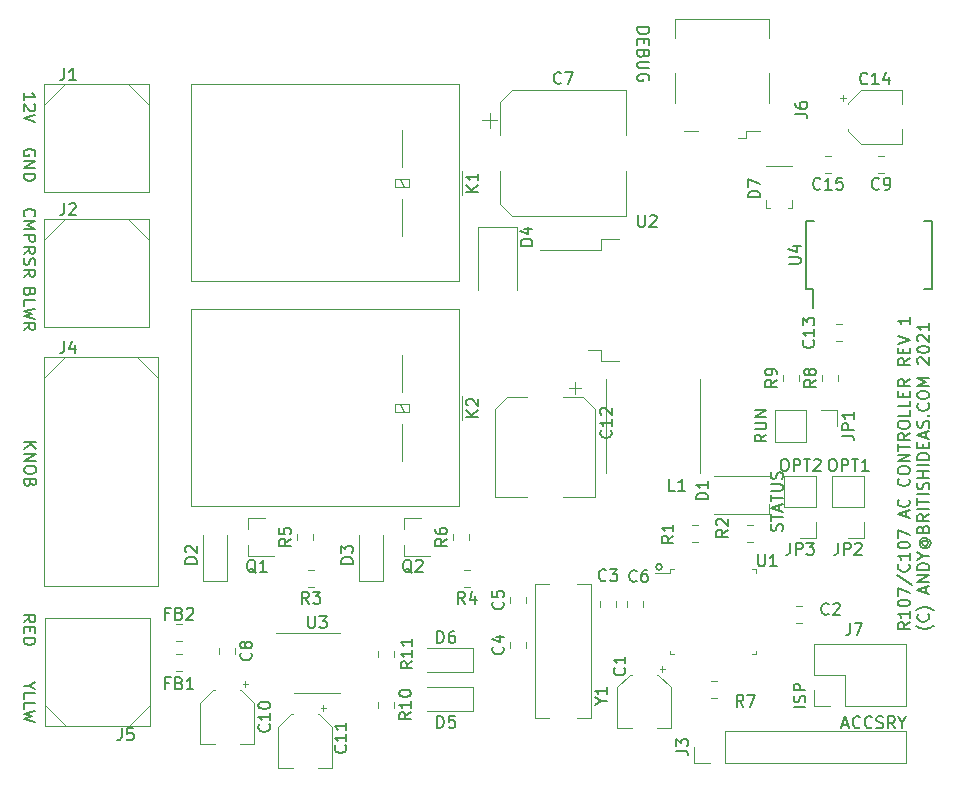
<source format=gbr>
%TF.GenerationSoftware,KiCad,Pcbnew,(5.1.6)-1*%
%TF.CreationDate,2021-01-04T09:58:51-07:00*%
%TF.ProjectId,R107 AC Controller,52313037-2041-4432-9043-6f6e74726f6c,rev?*%
%TF.SameCoordinates,Original*%
%TF.FileFunction,Legend,Top*%
%TF.FilePolarity,Positive*%
%FSLAX46Y46*%
G04 Gerber Fmt 4.6, Leading zero omitted, Abs format (unit mm)*
G04 Created by KiCad (PCBNEW (5.1.6)-1) date 2021-01-04 09:58:51*
%MOMM*%
%LPD*%
G01*
G04 APERTURE LIST*
%ADD10C,0.150000*%
%ADD11C,0.120000*%
G04 APERTURE END LIST*
D10*
X193800361Y-62470990D02*
X193847980Y-62328133D01*
X193847980Y-62090038D01*
X193800361Y-61994800D01*
X193752742Y-61947180D01*
X193657504Y-61899561D01*
X193562266Y-61899561D01*
X193467028Y-61947180D01*
X193419409Y-61994800D01*
X193371790Y-62090038D01*
X193324171Y-62280514D01*
X193276552Y-62375752D01*
X193228933Y-62423371D01*
X193133695Y-62470990D01*
X193038457Y-62470990D01*
X192943219Y-62423371D01*
X192895600Y-62375752D01*
X192847980Y-62280514D01*
X192847980Y-62042419D01*
X192895600Y-61899561D01*
X192847980Y-61613847D02*
X192847980Y-61042419D01*
X193847980Y-61328133D02*
X192847980Y-61328133D01*
X193562266Y-60756704D02*
X193562266Y-60280514D01*
X193847980Y-60851942D02*
X192847980Y-60518609D01*
X193847980Y-60185276D01*
X192847980Y-59994800D02*
X192847980Y-59423371D01*
X193847980Y-59709085D02*
X192847980Y-59709085D01*
X192847980Y-59090038D02*
X193657504Y-59090038D01*
X193752742Y-59042419D01*
X193800361Y-58994800D01*
X193847980Y-58899561D01*
X193847980Y-58709085D01*
X193800361Y-58613847D01*
X193752742Y-58566228D01*
X193657504Y-58518609D01*
X192847980Y-58518609D01*
X193800361Y-58090038D02*
X193847980Y-57947180D01*
X193847980Y-57709085D01*
X193800361Y-57613847D01*
X193752742Y-57566228D01*
X193657504Y-57518609D01*
X193562266Y-57518609D01*
X193467028Y-57566228D01*
X193419409Y-57613847D01*
X193371790Y-57709085D01*
X193324171Y-57899561D01*
X193276552Y-57994800D01*
X193228933Y-58042419D01*
X193133695Y-58090038D01*
X193038457Y-58090038D01*
X192943219Y-58042419D01*
X192895600Y-57994800D01*
X192847980Y-57899561D01*
X192847980Y-57661466D01*
X192895600Y-57518609D01*
X204605380Y-70212976D02*
X204129190Y-70546309D01*
X204605380Y-70784404D02*
X203605380Y-70784404D01*
X203605380Y-70403452D01*
X203653000Y-70308214D01*
X203700619Y-70260595D01*
X203795857Y-70212976D01*
X203938714Y-70212976D01*
X204033952Y-70260595D01*
X204081571Y-70308214D01*
X204129190Y-70403452D01*
X204129190Y-70784404D01*
X204605380Y-69260595D02*
X204605380Y-69832023D01*
X204605380Y-69546309D02*
X203605380Y-69546309D01*
X203748238Y-69641547D01*
X203843476Y-69736785D01*
X203891095Y-69832023D01*
X203605380Y-68641547D02*
X203605380Y-68546309D01*
X203653000Y-68451071D01*
X203700619Y-68403452D01*
X203795857Y-68355833D01*
X203986333Y-68308214D01*
X204224428Y-68308214D01*
X204414904Y-68355833D01*
X204510142Y-68403452D01*
X204557761Y-68451071D01*
X204605380Y-68546309D01*
X204605380Y-68641547D01*
X204557761Y-68736785D01*
X204510142Y-68784404D01*
X204414904Y-68832023D01*
X204224428Y-68879642D01*
X203986333Y-68879642D01*
X203795857Y-68832023D01*
X203700619Y-68784404D01*
X203653000Y-68736785D01*
X203605380Y-68641547D01*
X203605380Y-67974880D02*
X203605380Y-67308214D01*
X204605380Y-67736785D01*
X203557761Y-66212976D02*
X204843476Y-67070119D01*
X204510142Y-65308214D02*
X204557761Y-65355833D01*
X204605380Y-65498690D01*
X204605380Y-65593928D01*
X204557761Y-65736785D01*
X204462523Y-65832023D01*
X204367285Y-65879642D01*
X204176809Y-65927261D01*
X204033952Y-65927261D01*
X203843476Y-65879642D01*
X203748238Y-65832023D01*
X203653000Y-65736785D01*
X203605380Y-65593928D01*
X203605380Y-65498690D01*
X203653000Y-65355833D01*
X203700619Y-65308214D01*
X204605380Y-64355833D02*
X204605380Y-64927261D01*
X204605380Y-64641547D02*
X203605380Y-64641547D01*
X203748238Y-64736785D01*
X203843476Y-64832023D01*
X203891095Y-64927261D01*
X203605380Y-63736785D02*
X203605380Y-63641547D01*
X203653000Y-63546309D01*
X203700619Y-63498690D01*
X203795857Y-63451071D01*
X203986333Y-63403452D01*
X204224428Y-63403452D01*
X204414904Y-63451071D01*
X204510142Y-63498690D01*
X204557761Y-63546309D01*
X204605380Y-63641547D01*
X204605380Y-63736785D01*
X204557761Y-63832023D01*
X204510142Y-63879642D01*
X204414904Y-63927261D01*
X204224428Y-63974880D01*
X203986333Y-63974880D01*
X203795857Y-63927261D01*
X203700619Y-63879642D01*
X203653000Y-63832023D01*
X203605380Y-63736785D01*
X203605380Y-63070119D02*
X203605380Y-62403452D01*
X204605380Y-62832023D01*
X204319666Y-61308214D02*
X204319666Y-60832023D01*
X204605380Y-61403452D02*
X203605380Y-61070119D01*
X204605380Y-60736785D01*
X204510142Y-59832023D02*
X204557761Y-59879642D01*
X204605380Y-60022500D01*
X204605380Y-60117738D01*
X204557761Y-60260595D01*
X204462523Y-60355833D01*
X204367285Y-60403452D01*
X204176809Y-60451071D01*
X204033952Y-60451071D01*
X203843476Y-60403452D01*
X203748238Y-60355833D01*
X203653000Y-60260595D01*
X203605380Y-60117738D01*
X203605380Y-60022500D01*
X203653000Y-59879642D01*
X203700619Y-59832023D01*
X204510142Y-58070119D02*
X204557761Y-58117738D01*
X204605380Y-58260595D01*
X204605380Y-58355833D01*
X204557761Y-58498690D01*
X204462523Y-58593928D01*
X204367285Y-58641547D01*
X204176809Y-58689166D01*
X204033952Y-58689166D01*
X203843476Y-58641547D01*
X203748238Y-58593928D01*
X203653000Y-58498690D01*
X203605380Y-58355833D01*
X203605380Y-58260595D01*
X203653000Y-58117738D01*
X203700619Y-58070119D01*
X203605380Y-57451071D02*
X203605380Y-57260595D01*
X203653000Y-57165357D01*
X203748238Y-57070119D01*
X203938714Y-57022500D01*
X204272047Y-57022500D01*
X204462523Y-57070119D01*
X204557761Y-57165357D01*
X204605380Y-57260595D01*
X204605380Y-57451071D01*
X204557761Y-57546309D01*
X204462523Y-57641547D01*
X204272047Y-57689166D01*
X203938714Y-57689166D01*
X203748238Y-57641547D01*
X203653000Y-57546309D01*
X203605380Y-57451071D01*
X204605380Y-56593928D02*
X203605380Y-56593928D01*
X204605380Y-56022500D01*
X203605380Y-56022500D01*
X203605380Y-55689166D02*
X203605380Y-55117738D01*
X204605380Y-55403452D02*
X203605380Y-55403452D01*
X204605380Y-54212976D02*
X204129190Y-54546309D01*
X204605380Y-54784404D02*
X203605380Y-54784404D01*
X203605380Y-54403452D01*
X203653000Y-54308214D01*
X203700619Y-54260595D01*
X203795857Y-54212976D01*
X203938714Y-54212976D01*
X204033952Y-54260595D01*
X204081571Y-54308214D01*
X204129190Y-54403452D01*
X204129190Y-54784404D01*
X203605380Y-53593928D02*
X203605380Y-53403452D01*
X203653000Y-53308214D01*
X203748238Y-53212976D01*
X203938714Y-53165357D01*
X204272047Y-53165357D01*
X204462523Y-53212976D01*
X204557761Y-53308214D01*
X204605380Y-53403452D01*
X204605380Y-53593928D01*
X204557761Y-53689166D01*
X204462523Y-53784404D01*
X204272047Y-53832023D01*
X203938714Y-53832023D01*
X203748238Y-53784404D01*
X203653000Y-53689166D01*
X203605380Y-53593928D01*
X204605380Y-52260595D02*
X204605380Y-52736785D01*
X203605380Y-52736785D01*
X204605380Y-51451071D02*
X204605380Y-51927261D01*
X203605380Y-51927261D01*
X204081571Y-51117738D02*
X204081571Y-50784404D01*
X204605380Y-50641547D02*
X204605380Y-51117738D01*
X203605380Y-51117738D01*
X203605380Y-50641547D01*
X204605380Y-49641547D02*
X204129190Y-49974880D01*
X204605380Y-50212976D02*
X203605380Y-50212976D01*
X203605380Y-49832023D01*
X203653000Y-49736785D01*
X203700619Y-49689166D01*
X203795857Y-49641547D01*
X203938714Y-49641547D01*
X204033952Y-49689166D01*
X204081571Y-49736785D01*
X204129190Y-49832023D01*
X204129190Y-50212976D01*
X204605380Y-47879642D02*
X204129190Y-48212976D01*
X204605380Y-48451071D02*
X203605380Y-48451071D01*
X203605380Y-48070119D01*
X203653000Y-47974880D01*
X203700619Y-47927261D01*
X203795857Y-47879642D01*
X203938714Y-47879642D01*
X204033952Y-47927261D01*
X204081571Y-47974880D01*
X204129190Y-48070119D01*
X204129190Y-48451071D01*
X204081571Y-47451071D02*
X204081571Y-47117738D01*
X204605380Y-46974880D02*
X204605380Y-47451071D01*
X203605380Y-47451071D01*
X203605380Y-46974880D01*
X203605380Y-46689166D02*
X204605380Y-46355833D01*
X203605380Y-46022500D01*
X204605380Y-44403452D02*
X204605380Y-44974880D01*
X204605380Y-44689166D02*
X203605380Y-44689166D01*
X203748238Y-44784404D01*
X203843476Y-44879642D01*
X203891095Y-44974880D01*
X206636333Y-70498690D02*
X206588714Y-70546309D01*
X206445857Y-70641547D01*
X206350619Y-70689166D01*
X206207761Y-70736785D01*
X205969666Y-70784404D01*
X205779190Y-70784404D01*
X205541095Y-70736785D01*
X205398238Y-70689166D01*
X205303000Y-70641547D01*
X205160142Y-70546309D01*
X205112523Y-70498690D01*
X206160142Y-69546309D02*
X206207761Y-69593928D01*
X206255380Y-69736785D01*
X206255380Y-69832023D01*
X206207761Y-69974880D01*
X206112523Y-70070119D01*
X206017285Y-70117738D01*
X205826809Y-70165357D01*
X205683952Y-70165357D01*
X205493476Y-70117738D01*
X205398238Y-70070119D01*
X205303000Y-69974880D01*
X205255380Y-69832023D01*
X205255380Y-69736785D01*
X205303000Y-69593928D01*
X205350619Y-69546309D01*
X206636333Y-69212976D02*
X206588714Y-69165357D01*
X206445857Y-69070119D01*
X206350619Y-69022500D01*
X206207761Y-68974880D01*
X205969666Y-68927261D01*
X205779190Y-68927261D01*
X205541095Y-68974880D01*
X205398238Y-69022500D01*
X205303000Y-69070119D01*
X205160142Y-69165357D01*
X205112523Y-69212976D01*
X205969666Y-67736785D02*
X205969666Y-67260595D01*
X206255380Y-67832023D02*
X205255380Y-67498690D01*
X206255380Y-67165357D01*
X206255380Y-66832023D02*
X205255380Y-66832023D01*
X206255380Y-66260595D01*
X205255380Y-66260595D01*
X206255380Y-65784404D02*
X205255380Y-65784404D01*
X205255380Y-65546309D01*
X205303000Y-65403452D01*
X205398238Y-65308214D01*
X205493476Y-65260595D01*
X205683952Y-65212976D01*
X205826809Y-65212976D01*
X206017285Y-65260595D01*
X206112523Y-65308214D01*
X206207761Y-65403452D01*
X206255380Y-65546309D01*
X206255380Y-65784404D01*
X205779190Y-64593928D02*
X206255380Y-64593928D01*
X205255380Y-64927261D02*
X205779190Y-64593928D01*
X205255380Y-64260595D01*
X205779190Y-63308214D02*
X205731571Y-63355833D01*
X205683952Y-63451071D01*
X205683952Y-63546309D01*
X205731571Y-63641547D01*
X205779190Y-63689166D01*
X205874428Y-63736785D01*
X205969666Y-63736785D01*
X206064904Y-63689166D01*
X206112523Y-63641547D01*
X206160142Y-63546309D01*
X206160142Y-63451071D01*
X206112523Y-63355833D01*
X206064904Y-63308214D01*
X205683952Y-63308214D02*
X206064904Y-63308214D01*
X206112523Y-63260595D01*
X206112523Y-63212976D01*
X206064904Y-63117738D01*
X205969666Y-63070119D01*
X205731571Y-63070119D01*
X205588714Y-63165357D01*
X205493476Y-63308214D01*
X205445857Y-63498690D01*
X205493476Y-63689166D01*
X205588714Y-63832023D01*
X205731571Y-63927261D01*
X205922047Y-63974880D01*
X206112523Y-63927261D01*
X206255380Y-63832023D01*
X206350619Y-63689166D01*
X206398238Y-63498690D01*
X206350619Y-63308214D01*
X206255380Y-63165357D01*
X205731571Y-62308214D02*
X205779190Y-62165357D01*
X205826809Y-62117738D01*
X205922047Y-62070119D01*
X206064904Y-62070119D01*
X206160142Y-62117738D01*
X206207761Y-62165357D01*
X206255380Y-62260595D01*
X206255380Y-62641547D01*
X205255380Y-62641547D01*
X205255380Y-62308214D01*
X205303000Y-62212976D01*
X205350619Y-62165357D01*
X205445857Y-62117738D01*
X205541095Y-62117738D01*
X205636333Y-62165357D01*
X205683952Y-62212976D01*
X205731571Y-62308214D01*
X205731571Y-62641547D01*
X206255380Y-61070119D02*
X205779190Y-61403452D01*
X206255380Y-61641547D02*
X205255380Y-61641547D01*
X205255380Y-61260595D01*
X205303000Y-61165357D01*
X205350619Y-61117738D01*
X205445857Y-61070119D01*
X205588714Y-61070119D01*
X205683952Y-61117738D01*
X205731571Y-61165357D01*
X205779190Y-61260595D01*
X205779190Y-61641547D01*
X206255380Y-60641547D02*
X205255380Y-60641547D01*
X205255380Y-60308214D02*
X205255380Y-59736785D01*
X206255380Y-60022500D02*
X205255380Y-60022500D01*
X206255380Y-59403452D02*
X205255380Y-59403452D01*
X206207761Y-58974880D02*
X206255380Y-58832023D01*
X206255380Y-58593928D01*
X206207761Y-58498690D01*
X206160142Y-58451071D01*
X206064904Y-58403452D01*
X205969666Y-58403452D01*
X205874428Y-58451071D01*
X205826809Y-58498690D01*
X205779190Y-58593928D01*
X205731571Y-58784404D01*
X205683952Y-58879642D01*
X205636333Y-58927261D01*
X205541095Y-58974880D01*
X205445857Y-58974880D01*
X205350619Y-58927261D01*
X205303000Y-58879642D01*
X205255380Y-58784404D01*
X205255380Y-58546309D01*
X205303000Y-58403452D01*
X206255380Y-57974880D02*
X205255380Y-57974880D01*
X205731571Y-57974880D02*
X205731571Y-57403452D01*
X206255380Y-57403452D02*
X205255380Y-57403452D01*
X206255380Y-56927261D02*
X205255380Y-56927261D01*
X206255380Y-56451071D02*
X205255380Y-56451071D01*
X205255380Y-56212976D01*
X205303000Y-56070119D01*
X205398238Y-55974880D01*
X205493476Y-55927261D01*
X205683952Y-55879642D01*
X205826809Y-55879642D01*
X206017285Y-55927261D01*
X206112523Y-55974880D01*
X206207761Y-56070119D01*
X206255380Y-56212976D01*
X206255380Y-56451071D01*
X205731571Y-55451071D02*
X205731571Y-55117738D01*
X206255380Y-54974880D02*
X206255380Y-55451071D01*
X205255380Y-55451071D01*
X205255380Y-54974880D01*
X205969666Y-54593928D02*
X205969666Y-54117738D01*
X206255380Y-54689166D02*
X205255380Y-54355833D01*
X206255380Y-54022500D01*
X206207761Y-53736785D02*
X206255380Y-53593928D01*
X206255380Y-53355833D01*
X206207761Y-53260595D01*
X206160142Y-53212976D01*
X206064904Y-53165357D01*
X205969666Y-53165357D01*
X205874428Y-53212976D01*
X205826809Y-53260595D01*
X205779190Y-53355833D01*
X205731571Y-53546309D01*
X205683952Y-53641547D01*
X205636333Y-53689166D01*
X205541095Y-53736785D01*
X205445857Y-53736785D01*
X205350619Y-53689166D01*
X205303000Y-53641547D01*
X205255380Y-53546309D01*
X205255380Y-53308214D01*
X205303000Y-53165357D01*
X206160142Y-52736785D02*
X206207761Y-52689166D01*
X206255380Y-52736785D01*
X206207761Y-52784404D01*
X206160142Y-52736785D01*
X206255380Y-52736785D01*
X206160142Y-51689166D02*
X206207761Y-51736785D01*
X206255380Y-51879642D01*
X206255380Y-51974880D01*
X206207761Y-52117738D01*
X206112523Y-52212976D01*
X206017285Y-52260595D01*
X205826809Y-52308214D01*
X205683952Y-52308214D01*
X205493476Y-52260595D01*
X205398238Y-52212976D01*
X205303000Y-52117738D01*
X205255380Y-51974880D01*
X205255380Y-51879642D01*
X205303000Y-51736785D01*
X205350619Y-51689166D01*
X205255380Y-51070119D02*
X205255380Y-50879642D01*
X205303000Y-50784404D01*
X205398238Y-50689166D01*
X205588714Y-50641547D01*
X205922047Y-50641547D01*
X206112523Y-50689166D01*
X206207761Y-50784404D01*
X206255380Y-50879642D01*
X206255380Y-51070119D01*
X206207761Y-51165357D01*
X206112523Y-51260595D01*
X205922047Y-51308214D01*
X205588714Y-51308214D01*
X205398238Y-51260595D01*
X205303000Y-51165357D01*
X205255380Y-51070119D01*
X206255380Y-50212976D02*
X205255380Y-50212976D01*
X205969666Y-49879642D01*
X205255380Y-49546309D01*
X206255380Y-49546309D01*
X205350619Y-48355833D02*
X205303000Y-48308214D01*
X205255380Y-48212976D01*
X205255380Y-47974880D01*
X205303000Y-47879642D01*
X205350619Y-47832023D01*
X205445857Y-47784404D01*
X205541095Y-47784404D01*
X205683952Y-47832023D01*
X206255380Y-48403452D01*
X206255380Y-47784404D01*
X205255380Y-47165357D02*
X205255380Y-47070119D01*
X205303000Y-46974880D01*
X205350619Y-46927261D01*
X205445857Y-46879642D01*
X205636333Y-46832023D01*
X205874428Y-46832023D01*
X206064904Y-46879642D01*
X206160142Y-46927261D01*
X206207761Y-46974880D01*
X206255380Y-47070119D01*
X206255380Y-47165357D01*
X206207761Y-47260595D01*
X206160142Y-47308214D01*
X206064904Y-47355833D01*
X205874428Y-47403452D01*
X205636333Y-47403452D01*
X205445857Y-47355833D01*
X205350619Y-47308214D01*
X205303000Y-47260595D01*
X205255380Y-47165357D01*
X205350619Y-46451071D02*
X205303000Y-46403452D01*
X205255380Y-46308214D01*
X205255380Y-46070119D01*
X205303000Y-45974880D01*
X205350619Y-45927261D01*
X205445857Y-45879642D01*
X205541095Y-45879642D01*
X205683952Y-45927261D01*
X206255380Y-46498690D01*
X206255380Y-45879642D01*
X206255380Y-44927261D02*
X206255380Y-45498690D01*
X206255380Y-45212976D02*
X205255380Y-45212976D01*
X205398238Y-45308214D01*
X205493476Y-45403452D01*
X205541095Y-45498690D01*
X181564019Y-19859904D02*
X182564019Y-19859904D01*
X182564019Y-20098000D01*
X182516400Y-20240857D01*
X182421161Y-20336095D01*
X182325923Y-20383714D01*
X182135447Y-20431333D01*
X181992590Y-20431333D01*
X181802114Y-20383714D01*
X181706876Y-20336095D01*
X181611638Y-20240857D01*
X181564019Y-20098000D01*
X181564019Y-19859904D01*
X182087828Y-20859904D02*
X182087828Y-21193238D01*
X181564019Y-21336095D02*
X181564019Y-20859904D01*
X182564019Y-20859904D01*
X182564019Y-21336095D01*
X182087828Y-22098000D02*
X182040209Y-22240857D01*
X181992590Y-22288476D01*
X181897352Y-22336095D01*
X181754495Y-22336095D01*
X181659257Y-22288476D01*
X181611638Y-22240857D01*
X181564019Y-22145619D01*
X181564019Y-21764666D01*
X182564019Y-21764666D01*
X182564019Y-22098000D01*
X182516400Y-22193238D01*
X182468780Y-22240857D01*
X182373542Y-22288476D01*
X182278304Y-22288476D01*
X182183066Y-22240857D01*
X182135447Y-22193238D01*
X182087828Y-22098000D01*
X182087828Y-21764666D01*
X182564019Y-22764666D02*
X181754495Y-22764666D01*
X181659257Y-22812285D01*
X181611638Y-22859904D01*
X181564019Y-22955142D01*
X181564019Y-23145619D01*
X181611638Y-23240857D01*
X181659257Y-23288476D01*
X181754495Y-23336095D01*
X182564019Y-23336095D01*
X182516400Y-24336095D02*
X182564019Y-24240857D01*
X182564019Y-24098000D01*
X182516400Y-23955142D01*
X182421161Y-23859904D01*
X182325923Y-23812285D01*
X182135447Y-23764666D01*
X181992590Y-23764666D01*
X181802114Y-23812285D01*
X181706876Y-23859904D01*
X181611638Y-23955142D01*
X181564019Y-24098000D01*
X181564019Y-24193238D01*
X181611638Y-24336095D01*
X181659257Y-24383714D01*
X181992590Y-24383714D01*
X181992590Y-24193238D01*
X198931542Y-78906666D02*
X199407733Y-78906666D01*
X198836304Y-79192380D02*
X199169638Y-78192380D01*
X199502971Y-79192380D01*
X200407733Y-79097142D02*
X200360114Y-79144761D01*
X200217257Y-79192380D01*
X200122019Y-79192380D01*
X199979161Y-79144761D01*
X199883923Y-79049523D01*
X199836304Y-78954285D01*
X199788685Y-78763809D01*
X199788685Y-78620952D01*
X199836304Y-78430476D01*
X199883923Y-78335238D01*
X199979161Y-78240000D01*
X200122019Y-78192380D01*
X200217257Y-78192380D01*
X200360114Y-78240000D01*
X200407733Y-78287619D01*
X201407733Y-79097142D02*
X201360114Y-79144761D01*
X201217257Y-79192380D01*
X201122019Y-79192380D01*
X200979161Y-79144761D01*
X200883923Y-79049523D01*
X200836304Y-78954285D01*
X200788685Y-78763809D01*
X200788685Y-78620952D01*
X200836304Y-78430476D01*
X200883923Y-78335238D01*
X200979161Y-78240000D01*
X201122019Y-78192380D01*
X201217257Y-78192380D01*
X201360114Y-78240000D01*
X201407733Y-78287619D01*
X201788685Y-79144761D02*
X201931542Y-79192380D01*
X202169638Y-79192380D01*
X202264876Y-79144761D01*
X202312495Y-79097142D01*
X202360114Y-79001904D01*
X202360114Y-78906666D01*
X202312495Y-78811428D01*
X202264876Y-78763809D01*
X202169638Y-78716190D01*
X201979161Y-78668571D01*
X201883923Y-78620952D01*
X201836304Y-78573333D01*
X201788685Y-78478095D01*
X201788685Y-78382857D01*
X201836304Y-78287619D01*
X201883923Y-78240000D01*
X201979161Y-78192380D01*
X202217257Y-78192380D01*
X202360114Y-78240000D01*
X203360114Y-79192380D02*
X203026780Y-78716190D01*
X202788685Y-79192380D02*
X202788685Y-78192380D01*
X203169638Y-78192380D01*
X203264876Y-78240000D01*
X203312495Y-78287619D01*
X203360114Y-78382857D01*
X203360114Y-78525714D01*
X203312495Y-78620952D01*
X203264876Y-78668571D01*
X203169638Y-78716190D01*
X202788685Y-78716190D01*
X203979161Y-78716190D02*
X203979161Y-79192380D01*
X203645828Y-78192380D02*
X203979161Y-78716190D01*
X204312495Y-78192380D01*
X195778380Y-77430190D02*
X194778380Y-77430190D01*
X195730761Y-77001619D02*
X195778380Y-76858761D01*
X195778380Y-76620666D01*
X195730761Y-76525428D01*
X195683142Y-76477809D01*
X195587904Y-76430190D01*
X195492666Y-76430190D01*
X195397428Y-76477809D01*
X195349809Y-76525428D01*
X195302190Y-76620666D01*
X195254571Y-76811142D01*
X195206952Y-76906380D01*
X195159333Y-76954000D01*
X195064095Y-77001619D01*
X194968857Y-77001619D01*
X194873619Y-76954000D01*
X194826000Y-76906380D01*
X194778380Y-76811142D01*
X194778380Y-76573047D01*
X194826000Y-76430190D01*
X195778380Y-76001619D02*
X194778380Y-76001619D01*
X194778380Y-75620666D01*
X194826000Y-75525428D01*
X194873619Y-75477809D01*
X194968857Y-75430190D01*
X195111714Y-75430190D01*
X195206952Y-75477809D01*
X195254571Y-75525428D01*
X195302190Y-75620666D01*
X195302190Y-76001619D01*
X192476380Y-54332095D02*
X192000190Y-54665428D01*
X192476380Y-54903523D02*
X191476380Y-54903523D01*
X191476380Y-54522571D01*
X191524000Y-54427333D01*
X191571619Y-54379714D01*
X191666857Y-54332095D01*
X191809714Y-54332095D01*
X191904952Y-54379714D01*
X191952571Y-54427333D01*
X192000190Y-54522571D01*
X192000190Y-54903523D01*
X191476380Y-53903523D02*
X192285904Y-53903523D01*
X192381142Y-53855904D01*
X192428761Y-53808285D01*
X192476380Y-53713047D01*
X192476380Y-53522571D01*
X192428761Y-53427333D01*
X192381142Y-53379714D01*
X192285904Y-53332095D01*
X191476380Y-53332095D01*
X192476380Y-52855904D02*
X191476380Y-52855904D01*
X192476380Y-52284476D01*
X191476380Y-52284476D01*
X193924419Y-56399180D02*
X194114895Y-56399180D01*
X194210133Y-56446800D01*
X194305371Y-56542038D01*
X194352990Y-56732514D01*
X194352990Y-57065847D01*
X194305371Y-57256323D01*
X194210133Y-57351561D01*
X194114895Y-57399180D01*
X193924419Y-57399180D01*
X193829180Y-57351561D01*
X193733942Y-57256323D01*
X193686323Y-57065847D01*
X193686323Y-56732514D01*
X193733942Y-56542038D01*
X193829180Y-56446800D01*
X193924419Y-56399180D01*
X194781561Y-57399180D02*
X194781561Y-56399180D01*
X195162514Y-56399180D01*
X195257752Y-56446800D01*
X195305371Y-56494419D01*
X195352990Y-56589657D01*
X195352990Y-56732514D01*
X195305371Y-56827752D01*
X195257752Y-56875371D01*
X195162514Y-56922990D01*
X194781561Y-56922990D01*
X195638704Y-56399180D02*
X196210133Y-56399180D01*
X195924419Y-57399180D02*
X195924419Y-56399180D01*
X196495847Y-56494419D02*
X196543466Y-56446800D01*
X196638704Y-56399180D01*
X196876800Y-56399180D01*
X196972038Y-56446800D01*
X197019657Y-56494419D01*
X197067276Y-56589657D01*
X197067276Y-56684895D01*
X197019657Y-56827752D01*
X196448228Y-57399180D01*
X197067276Y-57399180D01*
X197988419Y-56399180D02*
X198178895Y-56399180D01*
X198274133Y-56446800D01*
X198369371Y-56542038D01*
X198416990Y-56732514D01*
X198416990Y-57065847D01*
X198369371Y-57256323D01*
X198274133Y-57351561D01*
X198178895Y-57399180D01*
X197988419Y-57399180D01*
X197893180Y-57351561D01*
X197797942Y-57256323D01*
X197750323Y-57065847D01*
X197750323Y-56732514D01*
X197797942Y-56542038D01*
X197893180Y-56446800D01*
X197988419Y-56399180D01*
X198845561Y-57399180D02*
X198845561Y-56399180D01*
X199226514Y-56399180D01*
X199321752Y-56446800D01*
X199369371Y-56494419D01*
X199416990Y-56589657D01*
X199416990Y-56732514D01*
X199369371Y-56827752D01*
X199321752Y-56875371D01*
X199226514Y-56922990D01*
X198845561Y-56922990D01*
X199702704Y-56399180D02*
X200274133Y-56399180D01*
X199988419Y-57399180D02*
X199988419Y-56399180D01*
X201131276Y-57399180D02*
X200559847Y-57399180D01*
X200845561Y-57399180D02*
X200845561Y-56399180D01*
X200750323Y-56542038D01*
X200655085Y-56637276D01*
X200559847Y-56684895D01*
X183642000Y-65532000D02*
G75*
G03*
X183642000Y-65532000I-254000J0D01*
G01*
X130071809Y-75581047D02*
X129595619Y-75581047D01*
X130595619Y-75247714D02*
X130071809Y-75581047D01*
X130595619Y-75914380D01*
X129595619Y-76723904D02*
X129595619Y-76247714D01*
X130595619Y-76247714D01*
X129595619Y-77533428D02*
X129595619Y-77057238D01*
X130595619Y-77057238D01*
X130595619Y-77771523D02*
X129595619Y-78009619D01*
X130309904Y-78200095D01*
X129595619Y-78390571D01*
X130595619Y-78628666D01*
X129595619Y-70223142D02*
X130071809Y-69889809D01*
X129595619Y-69651714D02*
X130595619Y-69651714D01*
X130595619Y-70032666D01*
X130548000Y-70127904D01*
X130500380Y-70175523D01*
X130405142Y-70223142D01*
X130262285Y-70223142D01*
X130167047Y-70175523D01*
X130119428Y-70127904D01*
X130071809Y-70032666D01*
X130071809Y-69651714D01*
X130119428Y-70651714D02*
X130119428Y-70985047D01*
X129595619Y-71127904D02*
X129595619Y-70651714D01*
X130595619Y-70651714D01*
X130595619Y-71127904D01*
X129595619Y-71556476D02*
X130595619Y-71556476D01*
X130595619Y-71794571D01*
X130548000Y-71937428D01*
X130452761Y-72032666D01*
X130357523Y-72080285D01*
X130167047Y-72127904D01*
X130024190Y-72127904D01*
X129833714Y-72080285D01*
X129738476Y-72032666D01*
X129643238Y-71937428D01*
X129595619Y-71794571D01*
X129595619Y-71556476D01*
X130548000Y-30734095D02*
X130595619Y-30638857D01*
X130595619Y-30496000D01*
X130548000Y-30353142D01*
X130452761Y-30257904D01*
X130357523Y-30210285D01*
X130167047Y-30162666D01*
X130024190Y-30162666D01*
X129833714Y-30210285D01*
X129738476Y-30257904D01*
X129643238Y-30353142D01*
X129595619Y-30496000D01*
X129595619Y-30591238D01*
X129643238Y-30734095D01*
X129690857Y-30781714D01*
X130024190Y-30781714D01*
X130024190Y-30591238D01*
X129595619Y-31210285D02*
X130595619Y-31210285D01*
X129595619Y-31781714D01*
X130595619Y-31781714D01*
X129595619Y-32257904D02*
X130595619Y-32257904D01*
X130595619Y-32496000D01*
X130548000Y-32638857D01*
X130452761Y-32734095D01*
X130357523Y-32781714D01*
X130167047Y-32829333D01*
X130024190Y-32829333D01*
X129833714Y-32781714D01*
X129738476Y-32734095D01*
X129643238Y-32638857D01*
X129595619Y-32496000D01*
X129595619Y-32257904D01*
X130119428Y-42283238D02*
X130071809Y-42426095D01*
X130024190Y-42473714D01*
X129928952Y-42521333D01*
X129786095Y-42521333D01*
X129690857Y-42473714D01*
X129643238Y-42426095D01*
X129595619Y-42330857D01*
X129595619Y-41949904D01*
X130595619Y-41949904D01*
X130595619Y-42283238D01*
X130548000Y-42378476D01*
X130500380Y-42426095D01*
X130405142Y-42473714D01*
X130309904Y-42473714D01*
X130214666Y-42426095D01*
X130167047Y-42378476D01*
X130119428Y-42283238D01*
X130119428Y-41949904D01*
X129595619Y-43426095D02*
X129595619Y-42949904D01*
X130595619Y-42949904D01*
X130595619Y-43664190D02*
X129595619Y-43902285D01*
X130309904Y-44092761D01*
X129595619Y-44283238D01*
X130595619Y-44521333D01*
X129595619Y-45473714D02*
X130071809Y-45140380D01*
X129595619Y-44902285D02*
X130595619Y-44902285D01*
X130595619Y-45283238D01*
X130548000Y-45378476D01*
X130500380Y-45426095D01*
X130405142Y-45473714D01*
X130262285Y-45473714D01*
X130167047Y-45426095D01*
X130119428Y-45378476D01*
X130071809Y-45283238D01*
X130071809Y-44902285D01*
X129690857Y-35861904D02*
X129643238Y-35814285D01*
X129595619Y-35671428D01*
X129595619Y-35576190D01*
X129643238Y-35433333D01*
X129738476Y-35338095D01*
X129833714Y-35290476D01*
X130024190Y-35242857D01*
X130167047Y-35242857D01*
X130357523Y-35290476D01*
X130452761Y-35338095D01*
X130548000Y-35433333D01*
X130595619Y-35576190D01*
X130595619Y-35671428D01*
X130548000Y-35814285D01*
X130500380Y-35861904D01*
X129595619Y-36290476D02*
X130595619Y-36290476D01*
X129881333Y-36623809D01*
X130595619Y-36957142D01*
X129595619Y-36957142D01*
X129595619Y-37433333D02*
X130595619Y-37433333D01*
X130595619Y-37814285D01*
X130548000Y-37909523D01*
X130500380Y-37957142D01*
X130405142Y-38004761D01*
X130262285Y-38004761D01*
X130167047Y-37957142D01*
X130119428Y-37909523D01*
X130071809Y-37814285D01*
X130071809Y-37433333D01*
X129595619Y-39004761D02*
X130071809Y-38671428D01*
X129595619Y-38433333D02*
X130595619Y-38433333D01*
X130595619Y-38814285D01*
X130548000Y-38909523D01*
X130500380Y-38957142D01*
X130405142Y-39004761D01*
X130262285Y-39004761D01*
X130167047Y-38957142D01*
X130119428Y-38909523D01*
X130071809Y-38814285D01*
X130071809Y-38433333D01*
X129643238Y-39385714D02*
X129595619Y-39528571D01*
X129595619Y-39766666D01*
X129643238Y-39861904D01*
X129690857Y-39909523D01*
X129786095Y-39957142D01*
X129881333Y-39957142D01*
X129976571Y-39909523D01*
X130024190Y-39861904D01*
X130071809Y-39766666D01*
X130119428Y-39576190D01*
X130167047Y-39480952D01*
X130214666Y-39433333D01*
X130309904Y-39385714D01*
X130405142Y-39385714D01*
X130500380Y-39433333D01*
X130548000Y-39480952D01*
X130595619Y-39576190D01*
X130595619Y-39814285D01*
X130548000Y-39957142D01*
X129595619Y-40957142D02*
X130071809Y-40623809D01*
X129595619Y-40385714D02*
X130595619Y-40385714D01*
X130595619Y-40766666D01*
X130548000Y-40861904D01*
X130500380Y-40909523D01*
X130405142Y-40957142D01*
X130262285Y-40957142D01*
X130167047Y-40909523D01*
X130119428Y-40861904D01*
X130071809Y-40766666D01*
X130071809Y-40385714D01*
X129595619Y-26000152D02*
X129595619Y-25428723D01*
X129595619Y-25714438D02*
X130595619Y-25714438D01*
X130452761Y-25619200D01*
X130357523Y-25523961D01*
X130309904Y-25428723D01*
X130500380Y-26381104D02*
X130548000Y-26428723D01*
X130595619Y-26523961D01*
X130595619Y-26762057D01*
X130548000Y-26857295D01*
X130500380Y-26904914D01*
X130405142Y-26952533D01*
X130309904Y-26952533D01*
X130167047Y-26904914D01*
X129595619Y-26333485D01*
X129595619Y-26952533D01*
X130595619Y-27238247D02*
X129595619Y-27571580D01*
X130595619Y-27904914D01*
X129646419Y-54984876D02*
X130646419Y-54984876D01*
X129646419Y-55556304D02*
X130217847Y-55127733D01*
X130646419Y-55556304D02*
X130074990Y-54984876D01*
X129646419Y-55984876D02*
X130646419Y-55984876D01*
X129646419Y-56556304D01*
X130646419Y-56556304D01*
X130646419Y-57222971D02*
X130646419Y-57413447D01*
X130598800Y-57508685D01*
X130503561Y-57603923D01*
X130313085Y-57651542D01*
X129979752Y-57651542D01*
X129789276Y-57603923D01*
X129694038Y-57508685D01*
X129646419Y-57413447D01*
X129646419Y-57222971D01*
X129694038Y-57127733D01*
X129789276Y-57032495D01*
X129979752Y-56984876D01*
X130313085Y-56984876D01*
X130503561Y-57032495D01*
X130598800Y-57127733D01*
X130646419Y-57222971D01*
X130170228Y-58413447D02*
X130122609Y-58556304D01*
X130074990Y-58603923D01*
X129979752Y-58651542D01*
X129836895Y-58651542D01*
X129741657Y-58603923D01*
X129694038Y-58556304D01*
X129646419Y-58461066D01*
X129646419Y-58080114D01*
X130646419Y-58080114D01*
X130646419Y-58413447D01*
X130598800Y-58508685D01*
X130551180Y-58556304D01*
X130455942Y-58603923D01*
X130360704Y-58603923D01*
X130265466Y-58556304D01*
X130217847Y-58508685D01*
X130170228Y-58413447D01*
X130170228Y-58080114D01*
D11*
%TO.C,J4*%
X131318000Y-49530000D02*
X133096000Y-47752000D01*
X139192000Y-47752000D02*
X131318000Y-47752000D01*
X140970000Y-49530000D02*
X139192000Y-47752000D01*
X140970000Y-47752000D02*
X131318000Y-47752000D01*
X140970000Y-67152000D02*
X131318000Y-67152000D01*
X131318000Y-47752000D02*
X131318000Y-67152000D01*
X140970000Y-47752000D02*
X140970000Y-67152000D01*
%TO.C,J5*%
X131368800Y-78994000D02*
X131368800Y-69850000D01*
X140258800Y-78994000D02*
X140258800Y-69850000D01*
X140258800Y-69850000D02*
X131368800Y-69850000D01*
X131368800Y-78994000D02*
X140258800Y-78994000D01*
X140258800Y-77216000D02*
X138480800Y-78994000D01*
X131368800Y-77216000D02*
X133146800Y-78994000D01*
%TO.C,J2*%
X140208000Y-36068000D02*
X140208000Y-45212000D01*
X131318000Y-36068000D02*
X131318000Y-45212000D01*
X131318000Y-45212000D02*
X140208000Y-45212000D01*
X140208000Y-36068000D02*
X131318000Y-36068000D01*
X131318000Y-37846000D02*
X133096000Y-36068000D01*
X140208000Y-37846000D02*
X138430000Y-36068000D01*
%TO.C,J1*%
X140208000Y-24638000D02*
X140208000Y-33782000D01*
X131318000Y-24638000D02*
X131318000Y-33782000D01*
X131318000Y-33782000D02*
X140208000Y-33782000D01*
X140208000Y-24638000D02*
X131318000Y-24638000D01*
X131318000Y-26416000D02*
X133096000Y-24638000D01*
X140208000Y-26416000D02*
X138430000Y-24638000D01*
%TO.C,L1*%
X186880000Y-49594000D02*
X186880000Y-57594000D01*
X178880000Y-49594000D02*
X178880000Y-57594000D01*
%TO.C,K2*%
X161630000Y-53420000D02*
X161630000Y-56570000D01*
X161630000Y-47570000D02*
X161630000Y-50720000D01*
X166740000Y-51070000D02*
X166740000Y-53070000D01*
X161030000Y-51720000D02*
X161030000Y-52420000D01*
X162230000Y-51720000D02*
X161030000Y-51720000D01*
X162230000Y-52420000D02*
X162230000Y-51720000D01*
X161030000Y-52420000D02*
X162230000Y-52420000D01*
X161430000Y-51720000D02*
X161830000Y-52420000D01*
X143780000Y-43720000D02*
X143780000Y-60420000D01*
X166480000Y-43720000D02*
X143780000Y-43720000D01*
X166480000Y-60420000D02*
X166480000Y-43720000D01*
X143780000Y-60420000D02*
X166480000Y-60420000D01*
%TO.C,K1*%
X161630000Y-34370000D02*
X161630000Y-37520000D01*
X161630000Y-28520000D02*
X161630000Y-31670000D01*
X166740000Y-32020000D02*
X166740000Y-34020000D01*
X161030000Y-32670000D02*
X161030000Y-33370000D01*
X162230000Y-32670000D02*
X161030000Y-32670000D01*
X162230000Y-33370000D02*
X162230000Y-32670000D01*
X161030000Y-33370000D02*
X162230000Y-33370000D01*
X161430000Y-32670000D02*
X161830000Y-33370000D01*
X143780000Y-24670000D02*
X143780000Y-41370000D01*
X166480000Y-24670000D02*
X143780000Y-24670000D01*
X166480000Y-41370000D02*
X166480000Y-24670000D01*
X143780000Y-41370000D02*
X166480000Y-41370000D01*
%TO.C,D4*%
X171322000Y-36732000D02*
X168022000Y-36732000D01*
X168022000Y-36732000D02*
X168022000Y-42132000D01*
X171322000Y-36732000D02*
X171322000Y-42132000D01*
%TO.C,JP3*%
X196656000Y-57852000D02*
X193996000Y-57852000D01*
X196656000Y-60452000D02*
X196656000Y-57852000D01*
X193996000Y-60452000D02*
X193996000Y-57852000D01*
X196656000Y-60452000D02*
X193996000Y-60452000D01*
X196656000Y-61722000D02*
X196656000Y-63052000D01*
X196656000Y-63052000D02*
X195326000Y-63052000D01*
%TO.C,D7*%
X192458000Y-35191000D02*
X192748000Y-35191000D01*
X194638000Y-34471000D02*
X194638000Y-35191000D01*
X194638000Y-35191000D02*
X194348000Y-35191000D01*
X192458000Y-34471000D02*
X192458000Y-35191000D01*
X192458000Y-31581000D02*
X194638000Y-31581000D01*
%TO.C,D6*%
X167604000Y-74406000D02*
X167604000Y-72406000D01*
X167604000Y-72406000D02*
X163704000Y-72406000D01*
X167604000Y-74406000D02*
X163704000Y-74406000D01*
%TO.C,D3*%
X158004000Y-66766000D02*
X160004000Y-66766000D01*
X160004000Y-66766000D02*
X160004000Y-62866000D01*
X158004000Y-66766000D02*
X158004000Y-62866000D01*
%TO.C,D1*%
X188020000Y-57836000D02*
X192670000Y-57836000D01*
X188020000Y-61036000D02*
X192670000Y-61036000D01*
X192670000Y-61036000D02*
X192670000Y-60236000D01*
%TO.C,Y1*%
X177660000Y-78344000D02*
X176410000Y-78344000D01*
X172860000Y-66944000D02*
X174110000Y-66944000D01*
X172860000Y-78344000D02*
X172860000Y-66944000D01*
X177660000Y-78344000D02*
X177660000Y-66944000D01*
X172860000Y-78344000D02*
X174110000Y-78344000D01*
X176410000Y-66944000D02*
X177660000Y-66944000D01*
D10*
%TO.C,U4*%
X196418000Y-41991000D02*
X196418000Y-43591000D01*
X206493000Y-41991000D02*
X206493000Y-36241000D01*
X195843000Y-41991000D02*
X195843000Y-36241000D01*
X206493000Y-41991000D02*
X205843000Y-41991000D01*
X206493000Y-36241000D02*
X205843000Y-36241000D01*
X195843000Y-36241000D02*
X196493000Y-36241000D01*
X195843000Y-41991000D02*
X196418000Y-41991000D01*
D11*
%TO.C,U3*%
X154432000Y-71100000D02*
X150982000Y-71100000D01*
X154432000Y-71100000D02*
X156382000Y-71100000D01*
X154432000Y-76220000D02*
X152482000Y-76220000D01*
X154432000Y-76220000D02*
X156382000Y-76220000D01*
%TO.C,U2*%
X178472000Y-47195000D02*
X177372000Y-47195000D01*
X178472000Y-48145000D02*
X178472000Y-47195000D01*
X179972000Y-48145000D02*
X178472000Y-48145000D01*
X178472000Y-38695000D02*
X173347000Y-38695000D01*
X178472000Y-37745000D02*
X178472000Y-38695000D01*
X179972000Y-37745000D02*
X178472000Y-37745000D01*
%TO.C,U1*%
X184350000Y-66032000D02*
X183035000Y-66032000D01*
X184350000Y-65732000D02*
X184350000Y-66032000D01*
X184650000Y-65732000D02*
X184350000Y-65732000D01*
X191570000Y-65732000D02*
X191570000Y-66032000D01*
X191270000Y-65732000D02*
X191570000Y-65732000D01*
X184350000Y-72952000D02*
X184350000Y-72652000D01*
X184650000Y-72952000D02*
X184350000Y-72952000D01*
X191570000Y-72952000D02*
X191570000Y-72652000D01*
X191270000Y-72952000D02*
X191570000Y-72952000D01*
%TO.C,R11*%
X160984000Y-73156578D02*
X160984000Y-72639422D01*
X159564000Y-73156578D02*
X159564000Y-72639422D01*
%TO.C,R10*%
X159564000Y-76957422D02*
X159564000Y-77474578D01*
X160984000Y-76957422D02*
X160984000Y-77474578D01*
%TO.C,R9*%
X195274000Y-49788578D02*
X195274000Y-49271422D01*
X193854000Y-49788578D02*
X193854000Y-49271422D01*
%TO.C,R8*%
X198576000Y-49788578D02*
X198576000Y-49271422D01*
X197156000Y-49788578D02*
X197156000Y-49271422D01*
%TO.C,R7*%
X187779922Y-76656000D02*
X188297078Y-76656000D01*
X187779922Y-75236000D02*
X188297078Y-75236000D01*
%TO.C,R6*%
X167334000Y-63250578D02*
X167334000Y-62733422D01*
X165914000Y-63250578D02*
X165914000Y-62733422D01*
%TO.C,R5*%
X154126000Y-63250578D02*
X154126000Y-62733422D01*
X152706000Y-63250578D02*
X152706000Y-62733422D01*
%TO.C,R4*%
X167390578Y-65838000D02*
X166873422Y-65838000D01*
X167390578Y-67258000D02*
X166873422Y-67258000D01*
%TO.C,R3*%
X154182578Y-65838000D02*
X153665422Y-65838000D01*
X154182578Y-67258000D02*
X153665422Y-67258000D01*
%TO.C,R2*%
X191345078Y-62028000D02*
X190827922Y-62028000D01*
X191345078Y-63448000D02*
X190827922Y-63448000D01*
%TO.C,R1*%
X186177422Y-63448000D02*
X186694578Y-63448000D01*
X186177422Y-62028000D02*
X186694578Y-62028000D01*
%TO.C,Q2*%
X161800000Y-61412000D02*
X163260000Y-61412000D01*
X161800000Y-64572000D02*
X163960000Y-64572000D01*
X161800000Y-64572000D02*
X161800000Y-63642000D01*
X161800000Y-61412000D02*
X161800000Y-62342000D01*
%TO.C,Q1*%
X148592000Y-61412000D02*
X150052000Y-61412000D01*
X148592000Y-64572000D02*
X150752000Y-64572000D01*
X148592000Y-64572000D02*
X148592000Y-63642000D01*
X148592000Y-61412000D02*
X148592000Y-62342000D01*
%TO.C,JP2*%
X200720000Y-63052000D02*
X199390000Y-63052000D01*
X200720000Y-61722000D02*
X200720000Y-63052000D01*
X200720000Y-60452000D02*
X198060000Y-60452000D01*
X198060000Y-60452000D02*
X198060000Y-57852000D01*
X200720000Y-60452000D02*
X200720000Y-57852000D01*
X200720000Y-57852000D02*
X198060000Y-57852000D01*
%TO.C,JP1*%
X198434000Y-52264000D02*
X198434000Y-53594000D01*
X197104000Y-52264000D02*
X198434000Y-52264000D01*
X195834000Y-52264000D02*
X195834000Y-54924000D01*
X195834000Y-54924000D02*
X193234000Y-54924000D01*
X195834000Y-52264000D02*
X193234000Y-52264000D01*
X193234000Y-52264000D02*
X193234000Y-54924000D01*
%TO.C,J7*%
X196536000Y-77276000D02*
X196536000Y-75946000D01*
X197866000Y-77276000D02*
X196536000Y-77276000D01*
X196536000Y-74676000D02*
X196536000Y-72076000D01*
X199136000Y-74676000D02*
X196536000Y-74676000D01*
X199136000Y-77276000D02*
X199136000Y-74676000D01*
X196536000Y-72076000D02*
X204276000Y-72076000D01*
X199136000Y-77276000D02*
X204276000Y-77276000D01*
X204276000Y-77276000D02*
X204276000Y-72076000D01*
%TO.C,J6*%
X184762000Y-19136000D02*
X184762000Y-20796000D01*
X192682000Y-19136000D02*
X184762000Y-19136000D01*
X192682000Y-20796000D02*
X192682000Y-19136000D01*
X186672000Y-28606000D02*
X185522000Y-28606000D01*
X190772000Y-29196000D02*
X190072000Y-29196000D01*
X190772000Y-28606000D02*
X190772000Y-29196000D01*
X191922000Y-28606000D02*
X190772000Y-28606000D01*
X184762000Y-26296000D02*
X184762000Y-23696000D01*
X192682000Y-23696000D02*
X192682000Y-26296000D01*
%TO.C,J3*%
X186376000Y-82102000D02*
X186376000Y-80772000D01*
X187706000Y-82102000D02*
X186376000Y-82102000D01*
X188976000Y-82102000D02*
X188976000Y-79442000D01*
X188976000Y-79442000D02*
X204276000Y-79442000D01*
X188976000Y-82102000D02*
X204276000Y-82102000D01*
X204276000Y-82102000D02*
X204276000Y-79442000D01*
%TO.C,FB2*%
X142489422Y-71830000D02*
X143006578Y-71830000D01*
X142489422Y-70410000D02*
X143006578Y-70410000D01*
%TO.C,FB1*%
X142489422Y-74370000D02*
X143006578Y-74370000D01*
X142489422Y-72950000D02*
X143006578Y-72950000D01*
%TO.C,D5*%
X167604000Y-77708000D02*
X163704000Y-77708000D01*
X167604000Y-75708000D02*
X163704000Y-75708000D01*
X167604000Y-77708000D02*
X167604000Y-75708000D01*
%TO.C,D2*%
X144796000Y-66766000D02*
X144796000Y-62866000D01*
X146796000Y-66766000D02*
X146796000Y-62866000D01*
X144796000Y-66766000D02*
X146796000Y-66766000D01*
%TO.C,C15*%
X197949078Y-30786000D02*
X197431922Y-30786000D01*
X197949078Y-32206000D02*
X197431922Y-32206000D01*
%TO.C,C14*%
X198926000Y-25622000D02*
X198926000Y-26122000D01*
X198676000Y-25872000D02*
X199176000Y-25872000D01*
X199416000Y-28627563D02*
X200480437Y-29692000D01*
X199416000Y-26236437D02*
X200480437Y-25172000D01*
X199416000Y-26236437D02*
X199416000Y-26372000D01*
X199416000Y-28627563D02*
X199416000Y-28492000D01*
X200480437Y-29692000D02*
X203936000Y-29692000D01*
X200480437Y-25172000D02*
X203936000Y-25172000D01*
X203936000Y-25172000D02*
X203936000Y-26372000D01*
X203936000Y-29692000D02*
X203936000Y-28492000D01*
%TO.C,C13*%
X198886578Y-45010000D02*
X198369422Y-45010000D01*
X198886578Y-46430000D02*
X198369422Y-46430000D01*
%TO.C,C12*%
X176746000Y-50374000D02*
X175746000Y-50374000D01*
X176246000Y-49874000D02*
X176246000Y-50874000D01*
X170540437Y-51114000D02*
X169476000Y-52178437D01*
X176931563Y-51114000D02*
X177996000Y-52178437D01*
X176931563Y-51114000D02*
X175246000Y-51114000D01*
X170540437Y-51114000D02*
X172226000Y-51114000D01*
X169476000Y-52178437D02*
X169476000Y-59634000D01*
X177996000Y-52178437D02*
X177996000Y-59634000D01*
X177996000Y-59634000D02*
X175246000Y-59634000D01*
X169476000Y-59634000D02*
X172226000Y-59634000D01*
%TO.C,C11*%
X155226000Y-77514000D02*
X154726000Y-77514000D01*
X154976000Y-77264000D02*
X154976000Y-77764000D01*
X152220437Y-78004000D02*
X151156000Y-79068437D01*
X154611563Y-78004000D02*
X155676000Y-79068437D01*
X154611563Y-78004000D02*
X154476000Y-78004000D01*
X152220437Y-78004000D02*
X152356000Y-78004000D01*
X151156000Y-79068437D02*
X151156000Y-82524000D01*
X155676000Y-79068437D02*
X155676000Y-82524000D01*
X155676000Y-82524000D02*
X154476000Y-82524000D01*
X151156000Y-82524000D02*
X152356000Y-82524000D01*
%TO.C,C10*%
X148622000Y-75482000D02*
X148122000Y-75482000D01*
X148372000Y-75232000D02*
X148372000Y-75732000D01*
X145616437Y-75972000D02*
X144552000Y-77036437D01*
X148007563Y-75972000D02*
X149072000Y-77036437D01*
X148007563Y-75972000D02*
X147872000Y-75972000D01*
X145616437Y-75972000D02*
X145752000Y-75972000D01*
X144552000Y-77036437D02*
X144552000Y-80492000D01*
X149072000Y-77036437D02*
X149072000Y-80492000D01*
X149072000Y-80492000D02*
X147872000Y-80492000D01*
X144552000Y-80492000D02*
X145752000Y-80492000D01*
%TO.C,C9*%
X202442578Y-30786000D02*
X201925422Y-30786000D01*
X202442578Y-32206000D02*
X201925422Y-32206000D01*
%TO.C,C8*%
X146102000Y-72385422D02*
X146102000Y-72902578D01*
X147522000Y-72385422D02*
X147522000Y-72902578D01*
%TO.C,C7*%
X169035000Y-27095000D02*
X169035000Y-28345000D01*
X168410000Y-27720000D02*
X169660000Y-27720000D01*
X169900000Y-34775563D02*
X170964437Y-35840000D01*
X169900000Y-26184437D02*
X170964437Y-25120000D01*
X169900000Y-26184437D02*
X169900000Y-28970000D01*
X169900000Y-34775563D02*
X169900000Y-31990000D01*
X170964437Y-35840000D02*
X180620000Y-35840000D01*
X170964437Y-25120000D02*
X180620000Y-25120000D01*
X180620000Y-25120000D02*
X180620000Y-28970000D01*
X180620000Y-35840000D02*
X180620000Y-31990000D01*
%TO.C,C6*%
X180646000Y-68399922D02*
X180646000Y-68917078D01*
X182066000Y-68399922D02*
X182066000Y-68917078D01*
%TO.C,C5*%
X172160000Y-68584578D02*
X172160000Y-68067422D01*
X170740000Y-68584578D02*
X170740000Y-68067422D01*
%TO.C,C4*%
X172160000Y-72394578D02*
X172160000Y-71877422D01*
X170740000Y-72394578D02*
X170740000Y-71877422D01*
%TO.C,C3*%
X178360000Y-68399922D02*
X178360000Y-68917078D01*
X179780000Y-68399922D02*
X179780000Y-68917078D01*
%TO.C,C2*%
X194988922Y-70306000D02*
X195506078Y-70306000D01*
X194988922Y-68886000D02*
X195506078Y-68886000D01*
%TO.C,C1*%
X183928000Y-74190000D02*
X183428000Y-74190000D01*
X183678000Y-73940000D02*
X183678000Y-74440000D01*
X180922437Y-74680000D02*
X179858000Y-75744437D01*
X183313563Y-74680000D02*
X184378000Y-75744437D01*
X183313563Y-74680000D02*
X183178000Y-74680000D01*
X180922437Y-74680000D02*
X181058000Y-74680000D01*
X179858000Y-75744437D02*
X179858000Y-79200000D01*
X184378000Y-75744437D02*
X184378000Y-79200000D01*
X184378000Y-79200000D02*
X183178000Y-79200000D01*
X179858000Y-79200000D02*
X181058000Y-79200000D01*
%TO.C,J4*%
D10*
X133016666Y-46442380D02*
X133016666Y-47156666D01*
X132969047Y-47299523D01*
X132873809Y-47394761D01*
X132730952Y-47442380D01*
X132635714Y-47442380D01*
X133921428Y-46775714D02*
X133921428Y-47442380D01*
X133683333Y-46394761D02*
X133445238Y-47109047D01*
X134064285Y-47109047D01*
%TO.C,J5*%
X137893466Y-79208380D02*
X137893466Y-79922666D01*
X137845847Y-80065523D01*
X137750609Y-80160761D01*
X137607752Y-80208380D01*
X137512514Y-80208380D01*
X138845847Y-79208380D02*
X138369657Y-79208380D01*
X138322038Y-79684571D01*
X138369657Y-79636952D01*
X138464895Y-79589333D01*
X138702990Y-79589333D01*
X138798228Y-79636952D01*
X138845847Y-79684571D01*
X138893466Y-79779809D01*
X138893466Y-80017904D01*
X138845847Y-80113142D01*
X138798228Y-80160761D01*
X138702990Y-80208380D01*
X138464895Y-80208380D01*
X138369657Y-80160761D01*
X138322038Y-80113142D01*
%TO.C,J2*%
X133016666Y-34758380D02*
X133016666Y-35472666D01*
X132969047Y-35615523D01*
X132873809Y-35710761D01*
X132730952Y-35758380D01*
X132635714Y-35758380D01*
X133445238Y-34853619D02*
X133492857Y-34806000D01*
X133588095Y-34758380D01*
X133826190Y-34758380D01*
X133921428Y-34806000D01*
X133969047Y-34853619D01*
X134016666Y-34948857D01*
X134016666Y-35044095D01*
X133969047Y-35186952D01*
X133397619Y-35758380D01*
X134016666Y-35758380D01*
%TO.C,J1*%
X133016666Y-23328380D02*
X133016666Y-24042666D01*
X132969047Y-24185523D01*
X132873809Y-24280761D01*
X132730952Y-24328380D01*
X132635714Y-24328380D01*
X134016666Y-24328380D02*
X133445238Y-24328380D01*
X133730952Y-24328380D02*
X133730952Y-23328380D01*
X133635714Y-23471238D01*
X133540476Y-23566476D01*
X133445238Y-23614095D01*
%TO.C,L1*%
X184745333Y-59100980D02*
X184269142Y-59100980D01*
X184269142Y-58100980D01*
X185602476Y-59100980D02*
X185031047Y-59100980D01*
X185316761Y-59100980D02*
X185316761Y-58100980D01*
X185221523Y-58243838D01*
X185126285Y-58339076D01*
X185031047Y-58386695D01*
%TO.C,K2*%
X168082380Y-52808095D02*
X167082380Y-52808095D01*
X168082380Y-52236666D02*
X167510952Y-52665238D01*
X167082380Y-52236666D02*
X167653809Y-52808095D01*
X167177619Y-51855714D02*
X167130000Y-51808095D01*
X167082380Y-51712857D01*
X167082380Y-51474761D01*
X167130000Y-51379523D01*
X167177619Y-51331904D01*
X167272857Y-51284285D01*
X167368095Y-51284285D01*
X167510952Y-51331904D01*
X168082380Y-51903333D01*
X168082380Y-51284285D01*
%TO.C,K1*%
X168082380Y-33758095D02*
X167082380Y-33758095D01*
X168082380Y-33186666D02*
X167510952Y-33615238D01*
X167082380Y-33186666D02*
X167653809Y-33758095D01*
X168082380Y-32234285D02*
X168082380Y-32805714D01*
X168082380Y-32520000D02*
X167082380Y-32520000D01*
X167225238Y-32615238D01*
X167320476Y-32710476D01*
X167368095Y-32805714D01*
%TO.C,D4*%
X172664380Y-38330095D02*
X171664380Y-38330095D01*
X171664380Y-38092000D01*
X171712000Y-37949142D01*
X171807238Y-37853904D01*
X171902476Y-37806285D01*
X172092952Y-37758666D01*
X172235809Y-37758666D01*
X172426285Y-37806285D01*
X172521523Y-37853904D01*
X172616761Y-37949142D01*
X172664380Y-38092000D01*
X172664380Y-38330095D01*
X171997714Y-36901523D02*
X172664380Y-36901523D01*
X171616761Y-37139619D02*
X172331047Y-37377714D01*
X172331047Y-36758666D01*
%TO.C,JP3*%
X194492666Y-63504380D02*
X194492666Y-64218666D01*
X194445047Y-64361523D01*
X194349809Y-64456761D01*
X194206952Y-64504380D01*
X194111714Y-64504380D01*
X194968857Y-64504380D02*
X194968857Y-63504380D01*
X195349809Y-63504380D01*
X195445047Y-63552000D01*
X195492666Y-63599619D01*
X195540285Y-63694857D01*
X195540285Y-63837714D01*
X195492666Y-63932952D01*
X195445047Y-63980571D01*
X195349809Y-64028190D01*
X194968857Y-64028190D01*
X195873619Y-63504380D02*
X196492666Y-63504380D01*
X196159333Y-63885333D01*
X196302190Y-63885333D01*
X196397428Y-63932952D01*
X196445047Y-63980571D01*
X196492666Y-64075809D01*
X196492666Y-64313904D01*
X196445047Y-64409142D01*
X196397428Y-64456761D01*
X196302190Y-64504380D01*
X196016476Y-64504380D01*
X195921238Y-64456761D01*
X195873619Y-64409142D01*
%TO.C,D7*%
X191950380Y-34259095D02*
X190950380Y-34259095D01*
X190950380Y-34021000D01*
X190998000Y-33878142D01*
X191093238Y-33782904D01*
X191188476Y-33735285D01*
X191378952Y-33687666D01*
X191521809Y-33687666D01*
X191712285Y-33735285D01*
X191807523Y-33782904D01*
X191902761Y-33878142D01*
X191950380Y-34021000D01*
X191950380Y-34259095D01*
X190950380Y-33354333D02*
X190950380Y-32687666D01*
X191950380Y-33116238D01*
%TO.C,D6*%
X164615904Y-71978780D02*
X164615904Y-70978780D01*
X164854000Y-70978780D01*
X164996857Y-71026400D01*
X165092095Y-71121638D01*
X165139714Y-71216876D01*
X165187333Y-71407352D01*
X165187333Y-71550209D01*
X165139714Y-71740685D01*
X165092095Y-71835923D01*
X164996857Y-71931161D01*
X164854000Y-71978780D01*
X164615904Y-71978780D01*
X166044476Y-70978780D02*
X165854000Y-70978780D01*
X165758761Y-71026400D01*
X165711142Y-71074019D01*
X165615904Y-71216876D01*
X165568285Y-71407352D01*
X165568285Y-71788304D01*
X165615904Y-71883542D01*
X165663523Y-71931161D01*
X165758761Y-71978780D01*
X165949238Y-71978780D01*
X166044476Y-71931161D01*
X166092095Y-71883542D01*
X166139714Y-71788304D01*
X166139714Y-71550209D01*
X166092095Y-71454971D01*
X166044476Y-71407352D01*
X165949238Y-71359733D01*
X165758761Y-71359733D01*
X165663523Y-71407352D01*
X165615904Y-71454971D01*
X165568285Y-71550209D01*
%TO.C,D3*%
X157456380Y-65254095D02*
X156456380Y-65254095D01*
X156456380Y-65016000D01*
X156504000Y-64873142D01*
X156599238Y-64777904D01*
X156694476Y-64730285D01*
X156884952Y-64682666D01*
X157027809Y-64682666D01*
X157218285Y-64730285D01*
X157313523Y-64777904D01*
X157408761Y-64873142D01*
X157456380Y-65016000D01*
X157456380Y-65254095D01*
X156456380Y-64349333D02*
X156456380Y-63730285D01*
X156837333Y-64063619D01*
X156837333Y-63920761D01*
X156884952Y-63825523D01*
X156932571Y-63777904D01*
X157027809Y-63730285D01*
X157265904Y-63730285D01*
X157361142Y-63777904D01*
X157408761Y-63825523D01*
X157456380Y-63920761D01*
X157456380Y-64206476D01*
X157408761Y-64301714D01*
X157361142Y-64349333D01*
%TO.C,D1*%
X187548780Y-59818495D02*
X186548780Y-59818495D01*
X186548780Y-59580400D01*
X186596400Y-59437542D01*
X186691638Y-59342304D01*
X186786876Y-59294685D01*
X186977352Y-59247066D01*
X187120209Y-59247066D01*
X187310685Y-59294685D01*
X187405923Y-59342304D01*
X187501161Y-59437542D01*
X187548780Y-59580400D01*
X187548780Y-59818495D01*
X187548780Y-58294685D02*
X187548780Y-58866114D01*
X187548780Y-58580400D02*
X186548780Y-58580400D01*
X186691638Y-58675638D01*
X186786876Y-58770876D01*
X186834495Y-58866114D01*
%TO.C,Y1*%
X178486190Y-76920190D02*
X178962380Y-76920190D01*
X177962380Y-77253523D02*
X178486190Y-76920190D01*
X177962380Y-76586857D01*
X178962380Y-75729714D02*
X178962380Y-76301142D01*
X178962380Y-76015428D02*
X177962380Y-76015428D01*
X178105238Y-76110666D01*
X178200476Y-76205904D01*
X178248095Y-76301142D01*
%TO.C,U4*%
X194370380Y-39877904D02*
X195179904Y-39877904D01*
X195275142Y-39830285D01*
X195322761Y-39782666D01*
X195370380Y-39687428D01*
X195370380Y-39496952D01*
X195322761Y-39401714D01*
X195275142Y-39354095D01*
X195179904Y-39306476D01*
X194370380Y-39306476D01*
X194703714Y-38401714D02*
X195370380Y-38401714D01*
X194322761Y-38639809D02*
X195037047Y-38877904D01*
X195037047Y-38258857D01*
%TO.C,U3*%
X153670095Y-69712380D02*
X153670095Y-70521904D01*
X153717714Y-70617142D01*
X153765333Y-70664761D01*
X153860571Y-70712380D01*
X154051047Y-70712380D01*
X154146285Y-70664761D01*
X154193904Y-70617142D01*
X154241523Y-70521904D01*
X154241523Y-69712380D01*
X154622476Y-69712380D02*
X155241523Y-69712380D01*
X154908190Y-70093333D01*
X155051047Y-70093333D01*
X155146285Y-70140952D01*
X155193904Y-70188571D01*
X155241523Y-70283809D01*
X155241523Y-70521904D01*
X155193904Y-70617142D01*
X155146285Y-70664761D01*
X155051047Y-70712380D01*
X154765333Y-70712380D01*
X154670095Y-70664761D01*
X154622476Y-70617142D01*
%TO.C,U2*%
X181610095Y-35747380D02*
X181610095Y-36556904D01*
X181657714Y-36652142D01*
X181705333Y-36699761D01*
X181800571Y-36747380D01*
X181991047Y-36747380D01*
X182086285Y-36699761D01*
X182133904Y-36652142D01*
X182181523Y-36556904D01*
X182181523Y-35747380D01*
X182610095Y-35842619D02*
X182657714Y-35795000D01*
X182752952Y-35747380D01*
X182991047Y-35747380D01*
X183086285Y-35795000D01*
X183133904Y-35842619D01*
X183181523Y-35937857D01*
X183181523Y-36033095D01*
X183133904Y-36175952D01*
X182562476Y-36747380D01*
X183181523Y-36747380D01*
%TO.C,U1*%
X191770095Y-64476380D02*
X191770095Y-65285904D01*
X191817714Y-65381142D01*
X191865333Y-65428761D01*
X191960571Y-65476380D01*
X192151047Y-65476380D01*
X192246285Y-65428761D01*
X192293904Y-65381142D01*
X192341523Y-65285904D01*
X192341523Y-64476380D01*
X193341523Y-65476380D02*
X192770095Y-65476380D01*
X193055809Y-65476380D02*
X193055809Y-64476380D01*
X192960571Y-64619238D01*
X192865333Y-64714476D01*
X192770095Y-64762095D01*
%TO.C,R11*%
X162504380Y-73540857D02*
X162028190Y-73874190D01*
X162504380Y-74112285D02*
X161504380Y-74112285D01*
X161504380Y-73731333D01*
X161552000Y-73636095D01*
X161599619Y-73588476D01*
X161694857Y-73540857D01*
X161837714Y-73540857D01*
X161932952Y-73588476D01*
X161980571Y-73636095D01*
X162028190Y-73731333D01*
X162028190Y-74112285D01*
X162504380Y-72588476D02*
X162504380Y-73159904D01*
X162504380Y-72874190D02*
X161504380Y-72874190D01*
X161647238Y-72969428D01*
X161742476Y-73064666D01*
X161790095Y-73159904D01*
X162504380Y-71636095D02*
X162504380Y-72207523D01*
X162504380Y-71921809D02*
X161504380Y-71921809D01*
X161647238Y-72017047D01*
X161742476Y-72112285D01*
X161790095Y-72207523D01*
%TO.C,R10*%
X162376380Y-77858857D02*
X161900190Y-78192190D01*
X162376380Y-78430285D02*
X161376380Y-78430285D01*
X161376380Y-78049333D01*
X161424000Y-77954095D01*
X161471619Y-77906476D01*
X161566857Y-77858857D01*
X161709714Y-77858857D01*
X161804952Y-77906476D01*
X161852571Y-77954095D01*
X161900190Y-78049333D01*
X161900190Y-78430285D01*
X162376380Y-76906476D02*
X162376380Y-77477904D01*
X162376380Y-77192190D02*
X161376380Y-77192190D01*
X161519238Y-77287428D01*
X161614476Y-77382666D01*
X161662095Y-77477904D01*
X161376380Y-76287428D02*
X161376380Y-76192190D01*
X161424000Y-76096952D01*
X161471619Y-76049333D01*
X161566857Y-76001714D01*
X161757333Y-75954095D01*
X161995428Y-75954095D01*
X162185904Y-76001714D01*
X162281142Y-76049333D01*
X162328761Y-76096952D01*
X162376380Y-76192190D01*
X162376380Y-76287428D01*
X162328761Y-76382666D01*
X162281142Y-76430285D01*
X162185904Y-76477904D01*
X161995428Y-76525523D01*
X161757333Y-76525523D01*
X161566857Y-76477904D01*
X161471619Y-76430285D01*
X161424000Y-76382666D01*
X161376380Y-76287428D01*
%TO.C,R9*%
X193366380Y-49696666D02*
X192890190Y-50030000D01*
X193366380Y-50268095D02*
X192366380Y-50268095D01*
X192366380Y-49887142D01*
X192414000Y-49791904D01*
X192461619Y-49744285D01*
X192556857Y-49696666D01*
X192699714Y-49696666D01*
X192794952Y-49744285D01*
X192842571Y-49791904D01*
X192890190Y-49887142D01*
X192890190Y-50268095D01*
X193366380Y-49220476D02*
X193366380Y-49030000D01*
X193318761Y-48934761D01*
X193271142Y-48887142D01*
X193128285Y-48791904D01*
X192937809Y-48744285D01*
X192556857Y-48744285D01*
X192461619Y-48791904D01*
X192414000Y-48839523D01*
X192366380Y-48934761D01*
X192366380Y-49125238D01*
X192414000Y-49220476D01*
X192461619Y-49268095D01*
X192556857Y-49315714D01*
X192794952Y-49315714D01*
X192890190Y-49268095D01*
X192937809Y-49220476D01*
X192985428Y-49125238D01*
X192985428Y-48934761D01*
X192937809Y-48839523D01*
X192890190Y-48791904D01*
X192794952Y-48744285D01*
%TO.C,R8*%
X196668380Y-49696666D02*
X196192190Y-50030000D01*
X196668380Y-50268095D02*
X195668380Y-50268095D01*
X195668380Y-49887142D01*
X195716000Y-49791904D01*
X195763619Y-49744285D01*
X195858857Y-49696666D01*
X196001714Y-49696666D01*
X196096952Y-49744285D01*
X196144571Y-49791904D01*
X196192190Y-49887142D01*
X196192190Y-50268095D01*
X196096952Y-49125238D02*
X196049333Y-49220476D01*
X196001714Y-49268095D01*
X195906476Y-49315714D01*
X195858857Y-49315714D01*
X195763619Y-49268095D01*
X195716000Y-49220476D01*
X195668380Y-49125238D01*
X195668380Y-48934761D01*
X195716000Y-48839523D01*
X195763619Y-48791904D01*
X195858857Y-48744285D01*
X195906476Y-48744285D01*
X196001714Y-48791904D01*
X196049333Y-48839523D01*
X196096952Y-48934761D01*
X196096952Y-49125238D01*
X196144571Y-49220476D01*
X196192190Y-49268095D01*
X196287428Y-49315714D01*
X196477904Y-49315714D01*
X196573142Y-49268095D01*
X196620761Y-49220476D01*
X196668380Y-49125238D01*
X196668380Y-48934761D01*
X196620761Y-48839523D01*
X196573142Y-48791904D01*
X196477904Y-48744285D01*
X196287428Y-48744285D01*
X196192190Y-48791904D01*
X196144571Y-48839523D01*
X196096952Y-48934761D01*
%TO.C,R7*%
X190536533Y-77363580D02*
X190203200Y-76887390D01*
X189965104Y-77363580D02*
X189965104Y-76363580D01*
X190346057Y-76363580D01*
X190441295Y-76411200D01*
X190488914Y-76458819D01*
X190536533Y-76554057D01*
X190536533Y-76696914D01*
X190488914Y-76792152D01*
X190441295Y-76839771D01*
X190346057Y-76887390D01*
X189965104Y-76887390D01*
X190869866Y-76363580D02*
X191536533Y-76363580D01*
X191107961Y-77363580D01*
%TO.C,R6*%
X165426380Y-63158666D02*
X164950190Y-63492000D01*
X165426380Y-63730095D02*
X164426380Y-63730095D01*
X164426380Y-63349142D01*
X164474000Y-63253904D01*
X164521619Y-63206285D01*
X164616857Y-63158666D01*
X164759714Y-63158666D01*
X164854952Y-63206285D01*
X164902571Y-63253904D01*
X164950190Y-63349142D01*
X164950190Y-63730095D01*
X164426380Y-62301523D02*
X164426380Y-62492000D01*
X164474000Y-62587238D01*
X164521619Y-62634857D01*
X164664476Y-62730095D01*
X164854952Y-62777714D01*
X165235904Y-62777714D01*
X165331142Y-62730095D01*
X165378761Y-62682476D01*
X165426380Y-62587238D01*
X165426380Y-62396761D01*
X165378761Y-62301523D01*
X165331142Y-62253904D01*
X165235904Y-62206285D01*
X164997809Y-62206285D01*
X164902571Y-62253904D01*
X164854952Y-62301523D01*
X164807333Y-62396761D01*
X164807333Y-62587238D01*
X164854952Y-62682476D01*
X164902571Y-62730095D01*
X164997809Y-62777714D01*
%TO.C,R5*%
X152218380Y-63158666D02*
X151742190Y-63492000D01*
X152218380Y-63730095D02*
X151218380Y-63730095D01*
X151218380Y-63349142D01*
X151266000Y-63253904D01*
X151313619Y-63206285D01*
X151408857Y-63158666D01*
X151551714Y-63158666D01*
X151646952Y-63206285D01*
X151694571Y-63253904D01*
X151742190Y-63349142D01*
X151742190Y-63730095D01*
X151218380Y-62253904D02*
X151218380Y-62730095D01*
X151694571Y-62777714D01*
X151646952Y-62730095D01*
X151599333Y-62634857D01*
X151599333Y-62396761D01*
X151646952Y-62301523D01*
X151694571Y-62253904D01*
X151789809Y-62206285D01*
X152027904Y-62206285D01*
X152123142Y-62253904D01*
X152170761Y-62301523D01*
X152218380Y-62396761D01*
X152218380Y-62634857D01*
X152170761Y-62730095D01*
X152123142Y-62777714D01*
%TO.C,R4*%
X166965333Y-68650380D02*
X166632000Y-68174190D01*
X166393904Y-68650380D02*
X166393904Y-67650380D01*
X166774857Y-67650380D01*
X166870095Y-67698000D01*
X166917714Y-67745619D01*
X166965333Y-67840857D01*
X166965333Y-67983714D01*
X166917714Y-68078952D01*
X166870095Y-68126571D01*
X166774857Y-68174190D01*
X166393904Y-68174190D01*
X167822476Y-67983714D02*
X167822476Y-68650380D01*
X167584380Y-67602761D02*
X167346285Y-68317047D01*
X167965333Y-68317047D01*
%TO.C,R3*%
X153757333Y-68650380D02*
X153424000Y-68174190D01*
X153185904Y-68650380D02*
X153185904Y-67650380D01*
X153566857Y-67650380D01*
X153662095Y-67698000D01*
X153709714Y-67745619D01*
X153757333Y-67840857D01*
X153757333Y-67983714D01*
X153709714Y-68078952D01*
X153662095Y-68126571D01*
X153566857Y-68174190D01*
X153185904Y-68174190D01*
X154090666Y-67650380D02*
X154709714Y-67650380D01*
X154376380Y-68031333D01*
X154519238Y-68031333D01*
X154614476Y-68078952D01*
X154662095Y-68126571D01*
X154709714Y-68221809D01*
X154709714Y-68459904D01*
X154662095Y-68555142D01*
X154614476Y-68602761D01*
X154519238Y-68650380D01*
X154233523Y-68650380D01*
X154138285Y-68602761D01*
X154090666Y-68555142D01*
%TO.C,R2*%
X189225180Y-62396666D02*
X188748990Y-62730000D01*
X189225180Y-62968095D02*
X188225180Y-62968095D01*
X188225180Y-62587142D01*
X188272800Y-62491904D01*
X188320419Y-62444285D01*
X188415657Y-62396666D01*
X188558514Y-62396666D01*
X188653752Y-62444285D01*
X188701371Y-62491904D01*
X188748990Y-62587142D01*
X188748990Y-62968095D01*
X188320419Y-62015714D02*
X188272800Y-61968095D01*
X188225180Y-61872857D01*
X188225180Y-61634761D01*
X188272800Y-61539523D01*
X188320419Y-61491904D01*
X188415657Y-61444285D01*
X188510895Y-61444285D01*
X188653752Y-61491904D01*
X189225180Y-62063333D01*
X189225180Y-61444285D01*
%TO.C,R1*%
X184602380Y-62904666D02*
X184126190Y-63238000D01*
X184602380Y-63476095D02*
X183602380Y-63476095D01*
X183602380Y-63095142D01*
X183650000Y-62999904D01*
X183697619Y-62952285D01*
X183792857Y-62904666D01*
X183935714Y-62904666D01*
X184030952Y-62952285D01*
X184078571Y-62999904D01*
X184126190Y-63095142D01*
X184126190Y-63476095D01*
X184602380Y-61952285D02*
X184602380Y-62523714D01*
X184602380Y-62238000D02*
X183602380Y-62238000D01*
X183745238Y-62333238D01*
X183840476Y-62428476D01*
X183888095Y-62523714D01*
%TO.C,Q2*%
X162464761Y-66039619D02*
X162369523Y-65992000D01*
X162274285Y-65896761D01*
X162131428Y-65753904D01*
X162036190Y-65706285D01*
X161940952Y-65706285D01*
X161988571Y-65944380D02*
X161893333Y-65896761D01*
X161798095Y-65801523D01*
X161750476Y-65611047D01*
X161750476Y-65277714D01*
X161798095Y-65087238D01*
X161893333Y-64992000D01*
X161988571Y-64944380D01*
X162179047Y-64944380D01*
X162274285Y-64992000D01*
X162369523Y-65087238D01*
X162417142Y-65277714D01*
X162417142Y-65611047D01*
X162369523Y-65801523D01*
X162274285Y-65896761D01*
X162179047Y-65944380D01*
X161988571Y-65944380D01*
X162798095Y-65039619D02*
X162845714Y-64992000D01*
X162940952Y-64944380D01*
X163179047Y-64944380D01*
X163274285Y-64992000D01*
X163321904Y-65039619D01*
X163369523Y-65134857D01*
X163369523Y-65230095D01*
X163321904Y-65372952D01*
X162750476Y-65944380D01*
X163369523Y-65944380D01*
%TO.C,Q1*%
X149256761Y-66039619D02*
X149161523Y-65992000D01*
X149066285Y-65896761D01*
X148923428Y-65753904D01*
X148828190Y-65706285D01*
X148732952Y-65706285D01*
X148780571Y-65944380D02*
X148685333Y-65896761D01*
X148590095Y-65801523D01*
X148542476Y-65611047D01*
X148542476Y-65277714D01*
X148590095Y-65087238D01*
X148685333Y-64992000D01*
X148780571Y-64944380D01*
X148971047Y-64944380D01*
X149066285Y-64992000D01*
X149161523Y-65087238D01*
X149209142Y-65277714D01*
X149209142Y-65611047D01*
X149161523Y-65801523D01*
X149066285Y-65896761D01*
X148971047Y-65944380D01*
X148780571Y-65944380D01*
X150161523Y-65944380D02*
X149590095Y-65944380D01*
X149875809Y-65944380D02*
X149875809Y-64944380D01*
X149780571Y-65087238D01*
X149685333Y-65182476D01*
X149590095Y-65230095D01*
%TO.C,JP2*%
X198556666Y-63504380D02*
X198556666Y-64218666D01*
X198509047Y-64361523D01*
X198413809Y-64456761D01*
X198270952Y-64504380D01*
X198175714Y-64504380D01*
X199032857Y-64504380D02*
X199032857Y-63504380D01*
X199413809Y-63504380D01*
X199509047Y-63552000D01*
X199556666Y-63599619D01*
X199604285Y-63694857D01*
X199604285Y-63837714D01*
X199556666Y-63932952D01*
X199509047Y-63980571D01*
X199413809Y-64028190D01*
X199032857Y-64028190D01*
X199985238Y-63599619D02*
X200032857Y-63552000D01*
X200128095Y-63504380D01*
X200366190Y-63504380D01*
X200461428Y-63552000D01*
X200509047Y-63599619D01*
X200556666Y-63694857D01*
X200556666Y-63790095D01*
X200509047Y-63932952D01*
X199937619Y-64504380D01*
X200556666Y-64504380D01*
%TO.C,JP1*%
X198886380Y-54427333D02*
X199600666Y-54427333D01*
X199743523Y-54474952D01*
X199838761Y-54570190D01*
X199886380Y-54713047D01*
X199886380Y-54808285D01*
X199886380Y-53951142D02*
X198886380Y-53951142D01*
X198886380Y-53570190D01*
X198934000Y-53474952D01*
X198981619Y-53427333D01*
X199076857Y-53379714D01*
X199219714Y-53379714D01*
X199314952Y-53427333D01*
X199362571Y-53474952D01*
X199410190Y-53570190D01*
X199410190Y-53951142D01*
X199886380Y-52427333D02*
X199886380Y-52998761D01*
X199886380Y-52713047D02*
X198886380Y-52713047D01*
X199029238Y-52808285D01*
X199124476Y-52903523D01*
X199172095Y-52998761D01*
%TO.C,J7*%
X199564666Y-70318380D02*
X199564666Y-71032666D01*
X199517047Y-71175523D01*
X199421809Y-71270761D01*
X199278952Y-71318380D01*
X199183714Y-71318380D01*
X199945619Y-70318380D02*
X200612285Y-70318380D01*
X200183714Y-71318380D01*
%TO.C,J6*%
X194930780Y-27155733D02*
X195645066Y-27155733D01*
X195787923Y-27203352D01*
X195883161Y-27298590D01*
X195930780Y-27441447D01*
X195930780Y-27536685D01*
X194930780Y-26250971D02*
X194930780Y-26441447D01*
X194978400Y-26536685D01*
X195026019Y-26584304D01*
X195168876Y-26679542D01*
X195359352Y-26727161D01*
X195740304Y-26727161D01*
X195835542Y-26679542D01*
X195883161Y-26631923D01*
X195930780Y-26536685D01*
X195930780Y-26346209D01*
X195883161Y-26250971D01*
X195835542Y-26203352D01*
X195740304Y-26155733D01*
X195502209Y-26155733D01*
X195406971Y-26203352D01*
X195359352Y-26250971D01*
X195311733Y-26346209D01*
X195311733Y-26536685D01*
X195359352Y-26631923D01*
X195406971Y-26679542D01*
X195502209Y-26727161D01*
%TO.C,J3*%
X184828380Y-81105333D02*
X185542666Y-81105333D01*
X185685523Y-81152952D01*
X185780761Y-81248190D01*
X185828380Y-81391047D01*
X185828380Y-81486285D01*
X184828380Y-80724380D02*
X184828380Y-80105333D01*
X185209333Y-80438666D01*
X185209333Y-80295809D01*
X185256952Y-80200571D01*
X185304571Y-80152952D01*
X185399809Y-80105333D01*
X185637904Y-80105333D01*
X185733142Y-80152952D01*
X185780761Y-80200571D01*
X185828380Y-80295809D01*
X185828380Y-80581523D01*
X185780761Y-80676761D01*
X185733142Y-80724380D01*
%TO.C,FB2*%
X141914666Y-69473771D02*
X141581333Y-69473771D01*
X141581333Y-69997580D02*
X141581333Y-68997580D01*
X142057523Y-68997580D01*
X142771809Y-69473771D02*
X142914666Y-69521390D01*
X142962285Y-69569009D01*
X143009904Y-69664247D01*
X143009904Y-69807104D01*
X142962285Y-69902342D01*
X142914666Y-69949961D01*
X142819428Y-69997580D01*
X142438476Y-69997580D01*
X142438476Y-68997580D01*
X142771809Y-68997580D01*
X142867047Y-69045200D01*
X142914666Y-69092819D01*
X142962285Y-69188057D01*
X142962285Y-69283295D01*
X142914666Y-69378533D01*
X142867047Y-69426152D01*
X142771809Y-69473771D01*
X142438476Y-69473771D01*
X143390857Y-69092819D02*
X143438476Y-69045200D01*
X143533714Y-68997580D01*
X143771809Y-68997580D01*
X143867047Y-69045200D01*
X143914666Y-69092819D01*
X143962285Y-69188057D01*
X143962285Y-69283295D01*
X143914666Y-69426152D01*
X143343238Y-69997580D01*
X143962285Y-69997580D01*
%TO.C,FB1*%
X141914666Y-75366571D02*
X141581333Y-75366571D01*
X141581333Y-75890380D02*
X141581333Y-74890380D01*
X142057523Y-74890380D01*
X142771809Y-75366571D02*
X142914666Y-75414190D01*
X142962285Y-75461809D01*
X143009904Y-75557047D01*
X143009904Y-75699904D01*
X142962285Y-75795142D01*
X142914666Y-75842761D01*
X142819428Y-75890380D01*
X142438476Y-75890380D01*
X142438476Y-74890380D01*
X142771809Y-74890380D01*
X142867047Y-74938000D01*
X142914666Y-74985619D01*
X142962285Y-75080857D01*
X142962285Y-75176095D01*
X142914666Y-75271333D01*
X142867047Y-75318952D01*
X142771809Y-75366571D01*
X142438476Y-75366571D01*
X143962285Y-75890380D02*
X143390857Y-75890380D01*
X143676571Y-75890380D02*
X143676571Y-74890380D01*
X143581333Y-75033238D01*
X143486095Y-75128476D01*
X143390857Y-75176095D01*
%TO.C,D5*%
X164615904Y-79160380D02*
X164615904Y-78160380D01*
X164854000Y-78160380D01*
X164996857Y-78208000D01*
X165092095Y-78303238D01*
X165139714Y-78398476D01*
X165187333Y-78588952D01*
X165187333Y-78731809D01*
X165139714Y-78922285D01*
X165092095Y-79017523D01*
X164996857Y-79112761D01*
X164854000Y-79160380D01*
X164615904Y-79160380D01*
X166092095Y-78160380D02*
X165615904Y-78160380D01*
X165568285Y-78636571D01*
X165615904Y-78588952D01*
X165711142Y-78541333D01*
X165949238Y-78541333D01*
X166044476Y-78588952D01*
X166092095Y-78636571D01*
X166139714Y-78731809D01*
X166139714Y-78969904D01*
X166092095Y-79065142D01*
X166044476Y-79112761D01*
X165949238Y-79160380D01*
X165711142Y-79160380D01*
X165615904Y-79112761D01*
X165568285Y-79065142D01*
%TO.C,D2*%
X144248380Y-65254095D02*
X143248380Y-65254095D01*
X143248380Y-65016000D01*
X143296000Y-64873142D01*
X143391238Y-64777904D01*
X143486476Y-64730285D01*
X143676952Y-64682666D01*
X143819809Y-64682666D01*
X144010285Y-64730285D01*
X144105523Y-64777904D01*
X144200761Y-64873142D01*
X144248380Y-65016000D01*
X144248380Y-65254095D01*
X143343619Y-64301714D02*
X143296000Y-64254095D01*
X143248380Y-64158857D01*
X143248380Y-63920761D01*
X143296000Y-63825523D01*
X143343619Y-63777904D01*
X143438857Y-63730285D01*
X143534095Y-63730285D01*
X143676952Y-63777904D01*
X144248380Y-64349333D01*
X144248380Y-63730285D01*
%TO.C,C15*%
X197047642Y-33503142D02*
X197000023Y-33550761D01*
X196857166Y-33598380D01*
X196761928Y-33598380D01*
X196619071Y-33550761D01*
X196523833Y-33455523D01*
X196476214Y-33360285D01*
X196428595Y-33169809D01*
X196428595Y-33026952D01*
X196476214Y-32836476D01*
X196523833Y-32741238D01*
X196619071Y-32646000D01*
X196761928Y-32598380D01*
X196857166Y-32598380D01*
X197000023Y-32646000D01*
X197047642Y-32693619D01*
X198000023Y-33598380D02*
X197428595Y-33598380D01*
X197714309Y-33598380D02*
X197714309Y-32598380D01*
X197619071Y-32741238D01*
X197523833Y-32836476D01*
X197428595Y-32884095D01*
X198904785Y-32598380D02*
X198428595Y-32598380D01*
X198380976Y-33074571D01*
X198428595Y-33026952D01*
X198523833Y-32979333D01*
X198761928Y-32979333D01*
X198857166Y-33026952D01*
X198904785Y-33074571D01*
X198952404Y-33169809D01*
X198952404Y-33407904D01*
X198904785Y-33503142D01*
X198857166Y-33550761D01*
X198761928Y-33598380D01*
X198523833Y-33598380D01*
X198428595Y-33550761D01*
X198380976Y-33503142D01*
%TO.C,C14*%
X201033142Y-24589142D02*
X200985523Y-24636761D01*
X200842666Y-24684380D01*
X200747428Y-24684380D01*
X200604571Y-24636761D01*
X200509333Y-24541523D01*
X200461714Y-24446285D01*
X200414095Y-24255809D01*
X200414095Y-24112952D01*
X200461714Y-23922476D01*
X200509333Y-23827238D01*
X200604571Y-23732000D01*
X200747428Y-23684380D01*
X200842666Y-23684380D01*
X200985523Y-23732000D01*
X201033142Y-23779619D01*
X201985523Y-24684380D02*
X201414095Y-24684380D01*
X201699809Y-24684380D02*
X201699809Y-23684380D01*
X201604571Y-23827238D01*
X201509333Y-23922476D01*
X201414095Y-23970095D01*
X202842666Y-24017714D02*
X202842666Y-24684380D01*
X202604571Y-23636761D02*
X202366476Y-24351047D01*
X202985523Y-24351047D01*
%TO.C,C13*%
X196445142Y-46362857D02*
X196492761Y-46410476D01*
X196540380Y-46553333D01*
X196540380Y-46648571D01*
X196492761Y-46791428D01*
X196397523Y-46886666D01*
X196302285Y-46934285D01*
X196111809Y-46981904D01*
X195968952Y-46981904D01*
X195778476Y-46934285D01*
X195683238Y-46886666D01*
X195588000Y-46791428D01*
X195540380Y-46648571D01*
X195540380Y-46553333D01*
X195588000Y-46410476D01*
X195635619Y-46362857D01*
X196540380Y-45410476D02*
X196540380Y-45981904D01*
X196540380Y-45696190D02*
X195540380Y-45696190D01*
X195683238Y-45791428D01*
X195778476Y-45886666D01*
X195826095Y-45981904D01*
X195540380Y-45077142D02*
X195540380Y-44458095D01*
X195921333Y-44791428D01*
X195921333Y-44648571D01*
X195968952Y-44553333D01*
X196016571Y-44505714D01*
X196111809Y-44458095D01*
X196349904Y-44458095D01*
X196445142Y-44505714D01*
X196492761Y-44553333D01*
X196540380Y-44648571D01*
X196540380Y-44934285D01*
X196492761Y-45029523D01*
X196445142Y-45077142D01*
%TO.C,C12*%
X179293142Y-53982857D02*
X179340761Y-54030476D01*
X179388380Y-54173333D01*
X179388380Y-54268571D01*
X179340761Y-54411428D01*
X179245523Y-54506666D01*
X179150285Y-54554285D01*
X178959809Y-54601904D01*
X178816952Y-54601904D01*
X178626476Y-54554285D01*
X178531238Y-54506666D01*
X178436000Y-54411428D01*
X178388380Y-54268571D01*
X178388380Y-54173333D01*
X178436000Y-54030476D01*
X178483619Y-53982857D01*
X179388380Y-53030476D02*
X179388380Y-53601904D01*
X179388380Y-53316190D02*
X178388380Y-53316190D01*
X178531238Y-53411428D01*
X178626476Y-53506666D01*
X178674095Y-53601904D01*
X178483619Y-52649523D02*
X178436000Y-52601904D01*
X178388380Y-52506666D01*
X178388380Y-52268571D01*
X178436000Y-52173333D01*
X178483619Y-52125714D01*
X178578857Y-52078095D01*
X178674095Y-52078095D01*
X178816952Y-52125714D01*
X179388380Y-52697142D01*
X179388380Y-52078095D01*
%TO.C,C11*%
X156821142Y-80652857D02*
X156868761Y-80700476D01*
X156916380Y-80843333D01*
X156916380Y-80938571D01*
X156868761Y-81081428D01*
X156773523Y-81176666D01*
X156678285Y-81224285D01*
X156487809Y-81271904D01*
X156344952Y-81271904D01*
X156154476Y-81224285D01*
X156059238Y-81176666D01*
X155964000Y-81081428D01*
X155916380Y-80938571D01*
X155916380Y-80843333D01*
X155964000Y-80700476D01*
X156011619Y-80652857D01*
X156916380Y-79700476D02*
X156916380Y-80271904D01*
X156916380Y-79986190D02*
X155916380Y-79986190D01*
X156059238Y-80081428D01*
X156154476Y-80176666D01*
X156202095Y-80271904D01*
X156916380Y-78748095D02*
X156916380Y-79319523D01*
X156916380Y-79033809D02*
X155916380Y-79033809D01*
X156059238Y-79129047D01*
X156154476Y-79224285D01*
X156202095Y-79319523D01*
%TO.C,C10*%
X150369142Y-78874857D02*
X150416761Y-78922476D01*
X150464380Y-79065333D01*
X150464380Y-79160571D01*
X150416761Y-79303428D01*
X150321523Y-79398666D01*
X150226285Y-79446285D01*
X150035809Y-79493904D01*
X149892952Y-79493904D01*
X149702476Y-79446285D01*
X149607238Y-79398666D01*
X149512000Y-79303428D01*
X149464380Y-79160571D01*
X149464380Y-79065333D01*
X149512000Y-78922476D01*
X149559619Y-78874857D01*
X150464380Y-77922476D02*
X150464380Y-78493904D01*
X150464380Y-78208190D02*
X149464380Y-78208190D01*
X149607238Y-78303428D01*
X149702476Y-78398666D01*
X149750095Y-78493904D01*
X149464380Y-77303428D02*
X149464380Y-77208190D01*
X149512000Y-77112952D01*
X149559619Y-77065333D01*
X149654857Y-77017714D01*
X149845333Y-76970095D01*
X150083428Y-76970095D01*
X150273904Y-77017714D01*
X150369142Y-77065333D01*
X150416761Y-77112952D01*
X150464380Y-77208190D01*
X150464380Y-77303428D01*
X150416761Y-77398666D01*
X150369142Y-77446285D01*
X150273904Y-77493904D01*
X150083428Y-77541523D01*
X149845333Y-77541523D01*
X149654857Y-77493904D01*
X149559619Y-77446285D01*
X149512000Y-77398666D01*
X149464380Y-77303428D01*
%TO.C,C9*%
X202017333Y-33503142D02*
X201969714Y-33550761D01*
X201826857Y-33598380D01*
X201731619Y-33598380D01*
X201588761Y-33550761D01*
X201493523Y-33455523D01*
X201445904Y-33360285D01*
X201398285Y-33169809D01*
X201398285Y-33026952D01*
X201445904Y-32836476D01*
X201493523Y-32741238D01*
X201588761Y-32646000D01*
X201731619Y-32598380D01*
X201826857Y-32598380D01*
X201969714Y-32646000D01*
X202017333Y-32693619D01*
X202493523Y-33598380D02*
X202684000Y-33598380D01*
X202779238Y-33550761D01*
X202826857Y-33503142D01*
X202922095Y-33360285D01*
X202969714Y-33169809D01*
X202969714Y-32788857D01*
X202922095Y-32693619D01*
X202874476Y-32646000D01*
X202779238Y-32598380D01*
X202588761Y-32598380D01*
X202493523Y-32646000D01*
X202445904Y-32693619D01*
X202398285Y-32788857D01*
X202398285Y-33026952D01*
X202445904Y-33122190D01*
X202493523Y-33169809D01*
X202588761Y-33217428D01*
X202779238Y-33217428D01*
X202874476Y-33169809D01*
X202922095Y-33122190D01*
X202969714Y-33026952D01*
%TO.C,C8*%
X148819142Y-72810666D02*
X148866761Y-72858285D01*
X148914380Y-73001142D01*
X148914380Y-73096380D01*
X148866761Y-73239238D01*
X148771523Y-73334476D01*
X148676285Y-73382095D01*
X148485809Y-73429714D01*
X148342952Y-73429714D01*
X148152476Y-73382095D01*
X148057238Y-73334476D01*
X147962000Y-73239238D01*
X147914380Y-73096380D01*
X147914380Y-73001142D01*
X147962000Y-72858285D01*
X148009619Y-72810666D01*
X148342952Y-72239238D02*
X148295333Y-72334476D01*
X148247714Y-72382095D01*
X148152476Y-72429714D01*
X148104857Y-72429714D01*
X148009619Y-72382095D01*
X147962000Y-72334476D01*
X147914380Y-72239238D01*
X147914380Y-72048761D01*
X147962000Y-71953523D01*
X148009619Y-71905904D01*
X148104857Y-71858285D01*
X148152476Y-71858285D01*
X148247714Y-71905904D01*
X148295333Y-71953523D01*
X148342952Y-72048761D01*
X148342952Y-72239238D01*
X148390571Y-72334476D01*
X148438190Y-72382095D01*
X148533428Y-72429714D01*
X148723904Y-72429714D01*
X148819142Y-72382095D01*
X148866761Y-72334476D01*
X148914380Y-72239238D01*
X148914380Y-72048761D01*
X148866761Y-71953523D01*
X148819142Y-71905904D01*
X148723904Y-71858285D01*
X148533428Y-71858285D01*
X148438190Y-71905904D01*
X148390571Y-71953523D01*
X148342952Y-72048761D01*
%TO.C,C7*%
X175093333Y-24537142D02*
X175045714Y-24584761D01*
X174902857Y-24632380D01*
X174807619Y-24632380D01*
X174664761Y-24584761D01*
X174569523Y-24489523D01*
X174521904Y-24394285D01*
X174474285Y-24203809D01*
X174474285Y-24060952D01*
X174521904Y-23870476D01*
X174569523Y-23775238D01*
X174664761Y-23680000D01*
X174807619Y-23632380D01*
X174902857Y-23632380D01*
X175045714Y-23680000D01*
X175093333Y-23727619D01*
X175426666Y-23632380D02*
X176093333Y-23632380D01*
X175664761Y-24632380D01*
%TO.C,C6*%
X181494133Y-66701942D02*
X181446514Y-66749561D01*
X181303657Y-66797180D01*
X181208419Y-66797180D01*
X181065561Y-66749561D01*
X180970323Y-66654323D01*
X180922704Y-66559085D01*
X180875085Y-66368609D01*
X180875085Y-66225752D01*
X180922704Y-66035276D01*
X180970323Y-65940038D01*
X181065561Y-65844800D01*
X181208419Y-65797180D01*
X181303657Y-65797180D01*
X181446514Y-65844800D01*
X181494133Y-65892419D01*
X182351276Y-65797180D02*
X182160800Y-65797180D01*
X182065561Y-65844800D01*
X182017942Y-65892419D01*
X181922704Y-66035276D01*
X181875085Y-66225752D01*
X181875085Y-66606704D01*
X181922704Y-66701942D01*
X181970323Y-66749561D01*
X182065561Y-66797180D01*
X182256038Y-66797180D01*
X182351276Y-66749561D01*
X182398895Y-66701942D01*
X182446514Y-66606704D01*
X182446514Y-66368609D01*
X182398895Y-66273371D01*
X182351276Y-66225752D01*
X182256038Y-66178133D01*
X182065561Y-66178133D01*
X181970323Y-66225752D01*
X181922704Y-66273371D01*
X181875085Y-66368609D01*
%TO.C,C5*%
X170157142Y-68492666D02*
X170204761Y-68540285D01*
X170252380Y-68683142D01*
X170252380Y-68778380D01*
X170204761Y-68921238D01*
X170109523Y-69016476D01*
X170014285Y-69064095D01*
X169823809Y-69111714D01*
X169680952Y-69111714D01*
X169490476Y-69064095D01*
X169395238Y-69016476D01*
X169300000Y-68921238D01*
X169252380Y-68778380D01*
X169252380Y-68683142D01*
X169300000Y-68540285D01*
X169347619Y-68492666D01*
X169252380Y-67587904D02*
X169252380Y-68064095D01*
X169728571Y-68111714D01*
X169680952Y-68064095D01*
X169633333Y-67968857D01*
X169633333Y-67730761D01*
X169680952Y-67635523D01*
X169728571Y-67587904D01*
X169823809Y-67540285D01*
X170061904Y-67540285D01*
X170157142Y-67587904D01*
X170204761Y-67635523D01*
X170252380Y-67730761D01*
X170252380Y-67968857D01*
X170204761Y-68064095D01*
X170157142Y-68111714D01*
%TO.C,C4*%
X170157142Y-72302666D02*
X170204761Y-72350285D01*
X170252380Y-72493142D01*
X170252380Y-72588380D01*
X170204761Y-72731238D01*
X170109523Y-72826476D01*
X170014285Y-72874095D01*
X169823809Y-72921714D01*
X169680952Y-72921714D01*
X169490476Y-72874095D01*
X169395238Y-72826476D01*
X169300000Y-72731238D01*
X169252380Y-72588380D01*
X169252380Y-72493142D01*
X169300000Y-72350285D01*
X169347619Y-72302666D01*
X169585714Y-71445523D02*
X170252380Y-71445523D01*
X169204761Y-71683619D02*
X169919047Y-71921714D01*
X169919047Y-71302666D01*
%TO.C,C3*%
X178903333Y-66651142D02*
X178855714Y-66698761D01*
X178712857Y-66746380D01*
X178617619Y-66746380D01*
X178474761Y-66698761D01*
X178379523Y-66603523D01*
X178331904Y-66508285D01*
X178284285Y-66317809D01*
X178284285Y-66174952D01*
X178331904Y-65984476D01*
X178379523Y-65889238D01*
X178474761Y-65794000D01*
X178617619Y-65746380D01*
X178712857Y-65746380D01*
X178855714Y-65794000D01*
X178903333Y-65841619D01*
X179236666Y-65746380D02*
X179855714Y-65746380D01*
X179522380Y-66127333D01*
X179665238Y-66127333D01*
X179760476Y-66174952D01*
X179808095Y-66222571D01*
X179855714Y-66317809D01*
X179855714Y-66555904D01*
X179808095Y-66651142D01*
X179760476Y-66698761D01*
X179665238Y-66746380D01*
X179379523Y-66746380D01*
X179284285Y-66698761D01*
X179236666Y-66651142D01*
%TO.C,C2*%
X197750133Y-69495942D02*
X197702514Y-69543561D01*
X197559657Y-69591180D01*
X197464419Y-69591180D01*
X197321561Y-69543561D01*
X197226323Y-69448323D01*
X197178704Y-69353085D01*
X197131085Y-69162609D01*
X197131085Y-69019752D01*
X197178704Y-68829276D01*
X197226323Y-68734038D01*
X197321561Y-68638800D01*
X197464419Y-68591180D01*
X197559657Y-68591180D01*
X197702514Y-68638800D01*
X197750133Y-68686419D01*
X198131085Y-68686419D02*
X198178704Y-68638800D01*
X198273942Y-68591180D01*
X198512038Y-68591180D01*
X198607276Y-68638800D01*
X198654895Y-68686419D01*
X198702514Y-68781657D01*
X198702514Y-68876895D01*
X198654895Y-69019752D01*
X198083466Y-69591180D01*
X198702514Y-69591180D01*
%TO.C,C1*%
X180443142Y-74080666D02*
X180490761Y-74128285D01*
X180538380Y-74271142D01*
X180538380Y-74366380D01*
X180490761Y-74509238D01*
X180395523Y-74604476D01*
X180300285Y-74652095D01*
X180109809Y-74699714D01*
X179966952Y-74699714D01*
X179776476Y-74652095D01*
X179681238Y-74604476D01*
X179586000Y-74509238D01*
X179538380Y-74366380D01*
X179538380Y-74271142D01*
X179586000Y-74128285D01*
X179633619Y-74080666D01*
X180538380Y-73128285D02*
X180538380Y-73699714D01*
X180538380Y-73414000D02*
X179538380Y-73414000D01*
X179681238Y-73509238D01*
X179776476Y-73604476D01*
X179824095Y-73699714D01*
%TD*%
M02*

</source>
